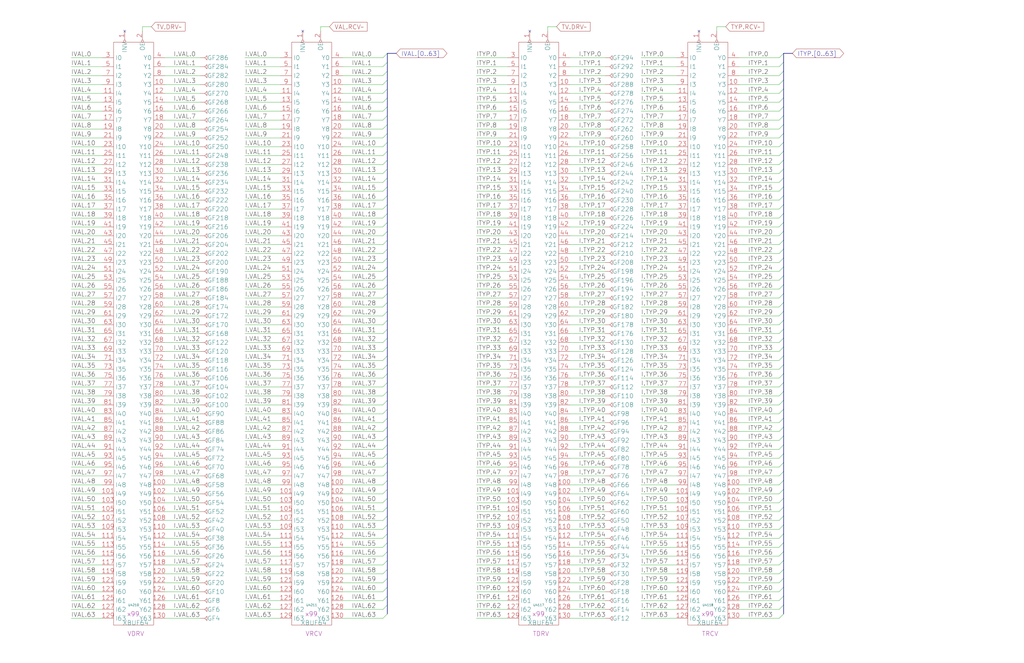
<source format=kicad_sch>
(kicad_sch (version 20230121) (generator eeschema)
  (paper "User" 584.2 378.46)
  (title_block (title "BUS TRANCEIVERS\\nTYPE BUS") (date "22-SEP-90") (rev "2.0") (comment 1 "IOC") (comment 2 "232-003061") (comment 3 "S400") (comment 4 "RELEASED"))
  (no_connect (at 302.26 17.78))
  (no_connect (at 71.12 17.78))
  (no_connect (at 398.78 17.78))
  (no_connect (at 172.72 17.78))
  (bus_entry (at 220.98 177.8) (size -2.54 2.54))
  (bus_entry (at 447.04 96.52) (size -2.54 2.54))
  (bus_entry (at 220.98 274.32) (size -2.54 2.54))
  (bus_entry (at 447.04 55.88) (size -2.54 2.54))
  (bus_entry (at 220.98 127) (size -2.54 2.54))
  (bus_entry (at 220.98 86.36) (size -2.54 2.54))
  (bus_entry (at 447.04 127) (size -2.54 2.54))
  (bus_entry (at 447.04 162.56) (size -2.54 2.54))
  (bus_entry (at 447.04 182.88) (size -2.54 2.54))
  (bus_entry (at 220.98 96.52) (size -2.54 2.54))
  (bus_entry (at 447.04 76.2) (size -2.54 2.54))
  (bus_entry (at 447.04 294.64) (size -2.54 2.54))
  (bus_entry (at 220.98 40.64) (size -2.54 2.54))
  (bus_entry (at 220.98 218.44) (size -2.54 2.54))
  (bus_entry (at 447.04 167.64) (size -2.54 2.54))
  (bus_entry (at 447.04 259.08) (size -2.54 2.54))
  (bus_entry (at 220.98 45.72) (size -2.54 2.54))
  (bus_entry (at 447.04 147.32) (size -2.54 2.54))
  (bus_entry (at 220.98 243.84) (size -2.54 2.54))
  (bus_entry (at 447.04 40.64) (size -2.54 2.54))
  (bus_entry (at 220.98 314.96) (size -2.54 2.54))
  (bus_entry (at 447.04 335.28) (size -2.54 2.54))
  (bus_entry (at 447.04 116.84) (size -2.54 2.54))
  (bus_entry (at 220.98 198.12) (size -2.54 2.54))
  (bus_entry (at 220.98 335.28) (size -2.54 2.54))
  (bus_entry (at 220.98 294.64) (size -2.54 2.54))
  (bus_entry (at 220.98 213.36) (size -2.54 2.54))
  (bus_entry (at 447.04 86.36) (size -2.54 2.54))
  (bus_entry (at 447.04 172.72) (size -2.54 2.54))
  (bus_entry (at 220.98 66.04) (size -2.54 2.54))
  (bus_entry (at 447.04 66.04) (size -2.54 2.54))
  (bus_entry (at 447.04 340.36) (size -2.54 2.54))
  (bus_entry (at 447.04 264.16) (size -2.54 2.54))
  (bus_entry (at 220.98 147.32) (size -2.54 2.54))
  (bus_entry (at 447.04 177.8) (size -2.54 2.54))
  (bus_entry (at 447.04 106.68) (size -2.54 2.54))
  (bus_entry (at 447.04 350.52) (size -2.54 2.54))
  (bus_entry (at 447.04 314.96) (size -2.54 2.54))
  (bus_entry (at 220.98 345.44) (size -2.54 2.54))
  (bus_entry (at 220.98 203.2) (size -2.54 2.54))
  (bus_entry (at 220.98 279.4) (size -2.54 2.54))
  (bus_entry (at 447.04 71.12) (size -2.54 2.54))
  (bus_entry (at 220.98 182.88) (size -2.54 2.54))
  (bus_entry (at 447.04 248.92) (size -2.54 2.54))
  (bus_entry (at 447.04 345.44) (size -2.54 2.54))
  (bus_entry (at 447.04 274.32) (size -2.54 2.54))
  (bus_entry (at 447.04 284.48) (size -2.54 2.54))
  (bus_entry (at 220.98 132.08) (size -2.54 2.54))
  (bus_entry (at 447.04 81.28) (size -2.54 2.54))
  (bus_entry (at 220.98 330.2) (size -2.54 2.54))
  (bus_entry (at 220.98 50.8) (size -2.54 2.54))
  (bus_entry (at 447.04 121.92) (size -2.54 2.54))
  (bus_entry (at 220.98 304.8) (size -2.54 2.54))
  (bus_entry (at 220.98 299.72) (size -2.54 2.54))
  (bus_entry (at 220.98 60.96) (size -2.54 2.54))
  (bus_entry (at 220.98 81.28) (size -2.54 2.54))
  (bus_entry (at 447.04 238.76) (size -2.54 2.54))
  (bus_entry (at 447.04 101.6) (size -2.54 2.54))
  (bus_entry (at 220.98 340.36) (size -2.54 2.54))
  (bus_entry (at 447.04 91.44) (size -2.54 2.54))
  (bus_entry (at 220.98 142.24) (size -2.54 2.54))
  (bus_entry (at 447.04 269.24) (size -2.54 2.54))
  (bus_entry (at 220.98 106.68) (size -2.54 2.54))
  (bus_entry (at 220.98 289.56) (size -2.54 2.54))
  (bus_entry (at 447.04 254) (size -2.54 2.54))
  (bus_entry (at 220.98 264.16) (size -2.54 2.54))
  (bus_entry (at 220.98 71.12) (size -2.54 2.54))
  (bus_entry (at 220.98 116.84) (size -2.54 2.54))
  (bus_entry (at 447.04 187.96) (size -2.54 2.54))
  (bus_entry (at 220.98 55.88) (size -2.54 2.54))
  (bus_entry (at 220.98 101.6) (size -2.54 2.54))
  (bus_entry (at 447.04 223.52) (size -2.54 2.54))
  (bus_entry (at 447.04 330.2) (size -2.54 2.54))
  (bus_entry (at 447.04 279.4) (size -2.54 2.54))
  (bus_entry (at 447.04 325.12) (size -2.54 2.54))
  (bus_entry (at 220.98 248.92) (size -2.54 2.54))
  (bus_entry (at 220.98 91.44) (size -2.54 2.54))
  (bus_entry (at 220.98 269.24) (size -2.54 2.54))
  (bus_entry (at 447.04 111.76) (size -2.54 2.54))
  (bus_entry (at 220.98 157.48) (size -2.54 2.54))
  (bus_entry (at 220.98 35.56) (size -2.54 2.54))
  (bus_entry (at 220.98 121.92) (size -2.54 2.54))
  (bus_entry (at 220.98 223.52) (size -2.54 2.54))
  (bus_entry (at 447.04 243.84) (size -2.54 2.54))
  (bus_entry (at 220.98 325.12) (size -2.54 2.54))
  (bus_entry (at 447.04 208.28) (size -2.54 2.54))
  (bus_entry (at 447.04 152.4) (size -2.54 2.54))
  (bus_entry (at 447.04 320.04) (size -2.54 2.54))
  (bus_entry (at 447.04 50.8) (size -2.54 2.54))
  (bus_entry (at 447.04 60.96) (size -2.54 2.54))
  (bus_entry (at 447.04 228.6) (size -2.54 2.54))
  (bus_entry (at 447.04 35.56) (size -2.54 2.54))
  (bus_entry (at 220.98 172.72) (size -2.54 2.54))
  (bus_entry (at 447.04 203.2) (size -2.54 2.54))
  (bus_entry (at 220.98 254) (size -2.54 2.54))
  (bus_entry (at 220.98 320.04) (size -2.54 2.54))
  (bus_entry (at 447.04 137.16) (size -2.54 2.54))
  (bus_entry (at 220.98 187.96) (size -2.54 2.54))
  (bus_entry (at 220.98 208.28) (size -2.54 2.54))
  (bus_entry (at 220.98 228.6) (size -2.54 2.54))
  (bus_entry (at 447.04 233.68) (size -2.54 2.54))
  (bus_entry (at 447.04 289.56) (size -2.54 2.54))
  (bus_entry (at 447.04 157.48) (size -2.54 2.54))
  (bus_entry (at 447.04 309.88) (size -2.54 2.54))
  (bus_entry (at 220.98 259.08) (size -2.54 2.54))
  (bus_entry (at 220.98 30.48) (size -2.54 2.54))
  (bus_entry (at 220.98 309.88) (size -2.54 2.54))
  (bus_entry (at 220.98 111.76) (size -2.54 2.54))
  (bus_entry (at 220.98 162.56) (size -2.54 2.54))
  (bus_entry (at 447.04 304.8) (size -2.54 2.54))
  (bus_entry (at 220.98 233.68) (size -2.54 2.54))
  (bus_entry (at 220.98 167.64) (size -2.54 2.54))
  (bus_entry (at 447.04 142.24) (size -2.54 2.54))
  (bus_entry (at 447.04 198.12) (size -2.54 2.54))
  (bus_entry (at 447.04 45.72) (size -2.54 2.54))
  (bus_entry (at 447.04 30.48) (size -2.54 2.54))
  (bus_entry (at 447.04 132.08) (size -2.54 2.54))
  (bus_entry (at 447.04 299.72) (size -2.54 2.54))
  (bus_entry (at 220.98 76.2) (size -2.54 2.54))
  (bus_entry (at 447.04 218.44) (size -2.54 2.54))
  (bus_entry (at 220.98 284.48) (size -2.54 2.54))
  (bus_entry (at 447.04 213.36) (size -2.54 2.54))
  (bus_entry (at 220.98 238.76) (size -2.54 2.54))
  (bus_entry (at 220.98 137.16) (size -2.54 2.54))
  (bus_entry (at 447.04 193.04) (size -2.54 2.54))
  (bus_entry (at 220.98 152.4) (size -2.54 2.54))
  (bus_entry (at 220.98 350.52) (size -2.54 2.54))
  (bus_entry (at 220.98 193.04) (size -2.54 2.54))
  (wire (pts (xy 421.64 205.74) (xy 444.5 205.74)))
  (bus (pts (xy 220.98 254) (xy 220.98 259.08)))
  (wire (pts (xy 139.7 307.34) (xy 160.02 307.34)))
  (wire (pts (xy 195.58 68.58) (xy 218.44 68.58)))
  (wire (pts (xy 114.3 307.34) (xy 93.98 307.34)))
  (wire (pts (xy 139.7 241.3) (xy 160.02 241.3)))
  (wire (pts (xy 289.56 129.54) (xy 271.78 129.54)))
  (wire (pts (xy 365.76 327.66) (xy 386.08 327.66)))
  (wire (pts (xy 365.76 134.62) (xy 386.08 134.62)))
  (wire (pts (xy 139.7 68.58) (xy 160.02 68.58)))
  (wire (pts (xy 139.7 327.66) (xy 160.02 327.66)))
  (wire (pts (xy 289.56 332.74) (xy 271.78 332.74)))
  (bus (pts (xy 447.04 320.04) (xy 447.04 325.12)))
  (wire (pts (xy 345.44 170.18) (xy 325.12 170.18)))
  (wire (pts (xy 58.42 281.94) (xy 40.64 281.94)))
  (wire (pts (xy 365.76 236.22) (xy 386.08 236.22)))
  (bus (pts (xy 220.98 96.52) (xy 220.98 101.6)))
  (wire (pts (xy 345.44 215.9) (xy 325.12 215.9)))
  (wire (pts (xy 195.58 139.7) (xy 218.44 139.7)))
  (wire (pts (xy 195.58 297.18) (xy 218.44 297.18)))
  (bus (pts (xy 220.98 330.2) (xy 220.98 335.28)))
  (wire (pts (xy 114.3 38.1) (xy 93.98 38.1)))
  (wire (pts (xy 289.56 99.06) (xy 271.78 99.06)))
  (wire (pts (xy 289.56 256.54) (xy 271.78 256.54)))
  (wire (pts (xy 365.76 281.94) (xy 386.08 281.94)))
  (wire (pts (xy 195.58 180.34) (xy 218.44 180.34)))
  (wire (pts (xy 58.42 58.42) (xy 40.64 58.42)))
  (wire (pts (xy 421.64 160.02) (xy 444.5 160.02)))
  (wire (pts (xy 139.7 215.9) (xy 160.02 215.9)))
  (wire (pts (xy 289.56 114.3) (xy 271.78 114.3)))
  (wire (pts (xy 195.58 246.38) (xy 218.44 246.38)))
  (wire (pts (xy 114.3 154.94) (xy 93.98 154.94)))
  (bus (pts (xy 220.98 325.12) (xy 220.98 330.2)))
  (wire (pts (xy 421.64 220.98) (xy 444.5 220.98)))
  (wire (pts (xy 114.3 297.18) (xy 93.98 297.18)))
  (bus (pts (xy 447.04 162.56) (xy 447.04 167.64)))
  (wire (pts (xy 421.64 149.86) (xy 444.5 149.86)))
  (bus (pts (xy 220.98 294.64) (xy 220.98 299.72)))
  (bus (pts (xy 220.98 299.72) (xy 220.98 304.8)))
  (wire (pts (xy 345.44 93.98) (xy 325.12 93.98)))
  (wire (pts (xy 195.58 134.62) (xy 218.44 134.62)))
  (wire (pts (xy 345.44 271.78) (xy 325.12 271.78)))
  (bus (pts (xy 220.98 304.8) (xy 220.98 309.88)))
  (wire (pts (xy 345.44 33.02) (xy 325.12 33.02)))
  (wire (pts (xy 58.42 271.78) (xy 40.64 271.78)))
  (bus (pts (xy 447.04 330.2) (xy 447.04 335.28)))
  (wire (pts (xy 139.7 119.38) (xy 160.02 119.38)))
  (wire (pts (xy 317.5 15.24) (xy 312.42 15.24)))
  (wire (pts (xy 289.56 271.78) (xy 271.78 271.78)))
  (wire (pts (xy 289.56 297.18) (xy 271.78 297.18)))
  (wire (pts (xy 195.58 170.18) (xy 218.44 170.18)))
  (wire (pts (xy 187.96 15.24) (xy 182.88 15.24)))
  (wire (pts (xy 365.76 88.9) (xy 386.08 88.9)))
  (wire (pts (xy 289.56 337.82) (xy 271.78 337.82)))
  (wire (pts (xy 421.64 48.26) (xy 444.5 48.26)))
  (wire (pts (xy 421.64 144.78) (xy 444.5 144.78)))
  (wire (pts (xy 345.44 134.62) (xy 325.12 134.62)))
  (wire (pts (xy 139.7 109.22) (xy 160.02 109.22)))
  (wire (pts (xy 58.42 33.02) (xy 40.64 33.02)))
  (wire (pts (xy 139.7 200.66) (xy 160.02 200.66)))
  (bus (pts (xy 220.98 269.24) (xy 220.98 274.32)))
  (wire (pts (xy 182.88 15.24) (xy 182.88 17.78)))
  (wire (pts (xy 139.7 180.34) (xy 160.02 180.34)))
  (wire (pts (xy 365.76 175.26) (xy 386.08 175.26)))
  (wire (pts (xy 421.64 322.58) (xy 444.5 322.58)))
  (bus (pts (xy 447.04 132.08) (xy 447.04 137.16)))
  (wire (pts (xy 139.7 43.18) (xy 160.02 43.18)))
  (wire (pts (xy 421.64 190.5) (xy 444.5 190.5)))
  (wire (pts (xy 114.3 48.26) (xy 93.98 48.26)))
  (wire (pts (xy 195.58 185.42) (xy 218.44 185.42)))
  (wire (pts (xy 289.56 210.82) (xy 271.78 210.82)))
  (bus (pts (xy 447.04 213.36) (xy 447.04 218.44)))
  (wire (pts (xy 289.56 88.9) (xy 271.78 88.9)))
  (wire (pts (xy 289.56 236.22) (xy 271.78 236.22)))
  (wire (pts (xy 139.7 287.02) (xy 160.02 287.02)))
  (wire (pts (xy 408.94 15.24) (xy 408.94 17.78)))
  (wire (pts (xy 421.64 353.06) (xy 444.5 353.06)))
  (wire (pts (xy 345.44 73.66) (xy 325.12 73.66)))
  (wire (pts (xy 289.56 292.1) (xy 271.78 292.1)))
  (wire (pts (xy 421.64 347.98) (xy 444.5 347.98)))
  (bus (pts (xy 220.98 243.84) (xy 220.98 248.92)))
  (wire (pts (xy 195.58 53.34) (xy 218.44 53.34)))
  (wire (pts (xy 58.42 312.42) (xy 40.64 312.42)))
  (wire (pts (xy 345.44 109.22) (xy 325.12 109.22)))
  (wire (pts (xy 289.56 281.94) (xy 271.78 281.94)))
  (wire (pts (xy 139.7 266.7) (xy 160.02 266.7)))
  (wire (pts (xy 365.76 266.7) (xy 386.08 266.7)))
  (wire (pts (xy 421.64 266.7) (xy 444.5 266.7)))
  (wire (pts (xy 58.42 287.02) (xy 40.64 287.02)))
  (wire (pts (xy 139.7 160.02) (xy 160.02 160.02)))
  (bus (pts (xy 447.04 223.52) (xy 447.04 228.6)))
  (wire (pts (xy 195.58 210.82) (xy 218.44 210.82)))
  (wire (pts (xy 345.44 83.82) (xy 325.12 83.82)))
  (wire (pts (xy 58.42 241.3) (xy 40.64 241.3)))
  (wire (pts (xy 289.56 261.62) (xy 271.78 261.62)))
  (wire (pts (xy 421.64 292.1) (xy 444.5 292.1)))
  (wire (pts (xy 421.64 170.18) (xy 444.5 170.18)))
  (bus (pts (xy 447.04 91.44) (xy 447.04 96.52)))
  (wire (pts (xy 58.42 200.66) (xy 40.64 200.66)))
  (wire (pts (xy 114.3 256.54) (xy 93.98 256.54)))
  (wire (pts (xy 195.58 119.38) (xy 218.44 119.38)))
  (wire (pts (xy 58.42 215.9) (xy 40.64 215.9)))
  (wire (pts (xy 289.56 83.82) (xy 271.78 83.82)))
  (wire (pts (xy 345.44 195.58) (xy 325.12 195.58)))
  (wire (pts (xy 195.58 88.9) (xy 218.44 88.9)))
  (wire (pts (xy 139.7 205.74) (xy 160.02 205.74)))
  (wire (pts (xy 345.44 210.82) (xy 325.12 210.82)))
  (wire (pts (xy 289.56 68.58) (xy 271.78 68.58)))
  (wire (pts (xy 421.64 271.78) (xy 444.5 271.78)))
  (wire (pts (xy 195.58 165.1) (xy 218.44 165.1)))
  (wire (pts (xy 58.42 165.1) (xy 40.64 165.1)))
  (wire (pts (xy 139.7 261.62) (xy 160.02 261.62)))
  (wire (pts (xy 114.3 292.1) (xy 93.98 292.1)))
  (wire (pts (xy 139.7 226.06) (xy 160.02 226.06)))
  (wire (pts (xy 421.64 246.38) (xy 444.5 246.38)))
  (bus (pts (xy 447.04 264.16) (xy 447.04 269.24)))
  (wire (pts (xy 345.44 144.78) (xy 325.12 144.78)))
  (wire (pts (xy 114.3 281.94) (xy 93.98 281.94)))
  (wire (pts (xy 195.58 231.14) (xy 218.44 231.14)))
  (bus (pts (xy 447.04 81.28) (xy 447.04 86.36)))
  (wire (pts (xy 58.42 210.82) (xy 40.64 210.82)))
  (wire (pts (xy 58.42 83.82) (xy 40.64 83.82)))
  (wire (pts (xy 195.58 256.54) (xy 218.44 256.54)))
  (wire (pts (xy 114.3 68.58) (xy 93.98 68.58)))
  (wire (pts (xy 195.58 347.98) (xy 218.44 347.98)))
  (wire (pts (xy 289.56 317.5) (xy 271.78 317.5)))
  (wire (pts (xy 195.58 241.3) (xy 218.44 241.3)))
  (bus (pts (xy 447.04 182.88) (xy 447.04 187.96)))
  (wire (pts (xy 195.58 271.78) (xy 218.44 271.78)))
  (wire (pts (xy 81.28 15.24) (xy 81.28 17.78)))
  (wire (pts (xy 365.76 109.22) (xy 386.08 109.22)))
  (wire (pts (xy 114.3 99.06) (xy 93.98 99.06)))
  (bus (pts (xy 220.98 60.96) (xy 220.98 66.04)))
  (bus (pts (xy 220.98 259.08) (xy 220.98 264.16)))
  (bus (pts (xy 447.04 193.04) (xy 447.04 198.12)))
  (wire (pts (xy 421.64 154.94) (xy 444.5 154.94)))
  (bus (pts (xy 447.04 203.2) (xy 447.04 208.28)))
  (wire (pts (xy 58.42 322.58) (xy 40.64 322.58)))
  (wire (pts (xy 114.3 246.38) (xy 93.98 246.38)))
  (wire (pts (xy 195.58 33.02) (xy 218.44 33.02)))
  (wire (pts (xy 289.56 307.34) (xy 271.78 307.34)))
  (bus (pts (xy 220.98 248.92) (xy 220.98 254)))
  (bus (pts (xy 447.04 142.24) (xy 447.04 147.32)))
  (wire (pts (xy 58.42 170.18) (xy 40.64 170.18)))
  (wire (pts (xy 58.42 88.9) (xy 40.64 88.9)))
  (wire (pts (xy 365.76 73.66) (xy 386.08 73.66)))
  (wire (pts (xy 345.44 175.26) (xy 325.12 175.26)))
  (bus (pts (xy 447.04 279.4) (xy 447.04 284.48)))
  (wire (pts (xy 139.7 124.46) (xy 160.02 124.46)))
  (wire (pts (xy 58.42 327.66) (xy 40.64 327.66)))
  (wire (pts (xy 289.56 322.58) (xy 271.78 322.58)))
  (wire (pts (xy 421.64 68.58) (xy 444.5 68.58)))
  (wire (pts (xy 365.76 210.82) (xy 386.08 210.82)))
  (bus (pts (xy 220.98 345.44) (xy 220.98 350.52)))
  (wire (pts (xy 114.3 190.5) (xy 93.98 190.5)))
  (bus (pts (xy 220.98 187.96) (xy 220.98 193.04)))
  (bus (pts (xy 447.04 254) (xy 447.04 259.08)))
  (wire (pts (xy 421.64 317.5) (xy 444.5 317.5)))
  (wire (pts (xy 195.58 48.26) (xy 218.44 48.26)))
  (bus (pts (xy 447.04 233.68) (xy 447.04 238.76)))
  (bus (pts (xy 220.98 106.68) (xy 220.98 111.76)))
  (wire (pts (xy 289.56 134.62) (xy 271.78 134.62)))
  (wire (pts (xy 58.42 114.3) (xy 40.64 114.3)))
  (bus (pts (xy 220.98 233.68) (xy 220.98 238.76)))
  (wire (pts (xy 421.64 134.62) (xy 444.5 134.62)))
  (wire (pts (xy 345.44 292.1) (xy 325.12 292.1)))
  (wire (pts (xy 139.7 297.18) (xy 160.02 297.18)))
  (bus (pts (xy 447.04 137.16) (xy 447.04 142.24)))
  (wire (pts (xy 289.56 119.38) (xy 271.78 119.38)))
  (wire (pts (xy 139.7 149.86) (xy 160.02 149.86)))
  (wire (pts (xy 114.3 73.66) (xy 93.98 73.66)))
  (wire (pts (xy 58.42 251.46) (xy 40.64 251.46)))
  (bus (pts (xy 220.98 137.16) (xy 220.98 142.24)))
  (bus (pts (xy 447.04 325.12) (xy 447.04 330.2)))
  (bus (pts (xy 447.04 248.92) (xy 447.04 254)))
  (wire (pts (xy 139.7 347.98) (xy 160.02 347.98)))
  (wire (pts (xy 195.58 327.66) (xy 218.44 327.66)))
  (bus (pts (xy 447.04 45.72) (xy 447.04 50.8)))
  (bus (pts (xy 220.98 264.16) (xy 220.98 269.24)))
  (bus (pts (xy 220.98 177.8) (xy 220.98 182.88)))
  (bus (pts (xy 220.98 71.12) (xy 220.98 76.2)))
  (wire (pts (xy 345.44 88.9) (xy 325.12 88.9)))
  (wire (pts (xy 345.44 241.3) (xy 325.12 241.3)))
  (wire (pts (xy 139.7 332.74) (xy 160.02 332.74)))
  (wire (pts (xy 345.44 287.02) (xy 325.12 287.02)))
  (wire (pts (xy 421.64 307.34) (xy 444.5 307.34)))
  (wire (pts (xy 195.58 109.22) (xy 218.44 109.22)))
  (wire (pts (xy 421.64 180.34) (xy 444.5 180.34)))
  (wire (pts (xy 289.56 149.86) (xy 271.78 149.86)))
  (wire (pts (xy 365.76 287.02) (xy 386.08 287.02)))
  (wire (pts (xy 289.56 170.18) (xy 271.78 170.18)))
  (bus (pts (xy 447.04 152.4) (xy 447.04 157.48)))
  (wire (pts (xy 289.56 205.74) (xy 271.78 205.74)))
  (bus (pts (xy 447.04 116.84) (xy 447.04 121.92)))
  (bus (pts (xy 220.98 81.28) (xy 220.98 86.36)))
  (wire (pts (xy 195.58 160.02) (xy 218.44 160.02)))
  (wire (pts (xy 139.7 58.42) (xy 160.02 58.42)))
  (wire (pts (xy 114.3 347.98) (xy 93.98 347.98)))
  (wire (pts (xy 289.56 347.98) (xy 271.78 347.98)))
  (wire (pts (xy 114.3 353.06) (xy 93.98 353.06)))
  (wire (pts (xy 414.02 15.24) (xy 408.94 15.24)))
  (wire (pts (xy 195.58 175.26) (xy 218.44 175.26)))
  (wire (pts (xy 345.44 347.98) (xy 325.12 347.98)))
  (wire (pts (xy 365.76 170.18) (xy 386.08 170.18)))
  (bus (pts (xy 447.04 30.48) (xy 447.04 35.56)))
  (wire (pts (xy 421.64 109.22) (xy 444.5 109.22)))
  (wire (pts (xy 114.3 322.58) (xy 93.98 322.58)))
  (wire (pts (xy 58.42 205.74) (xy 40.64 205.74)))
  (wire (pts (xy 345.44 180.34) (xy 325.12 180.34)))
  (wire (pts (xy 58.42 256.54) (xy 40.64 256.54)))
  (wire (pts (xy 365.76 292.1) (xy 386.08 292.1)))
  (wire (pts (xy 86.36 15.24) (xy 81.28 15.24)))
  (wire (pts (xy 58.42 104.14) (xy 40.64 104.14)))
  (wire (pts (xy 365.76 124.46) (xy 386.08 124.46)))
  (wire (pts (xy 289.56 215.9) (xy 271.78 215.9)))
  (wire (pts (xy 421.64 256.54) (xy 444.5 256.54)))
  (wire (pts (xy 139.7 281.94) (xy 160.02 281.94)))
  (wire (pts (xy 421.64 58.42) (xy 444.5 58.42)))
  (wire (pts (xy 365.76 246.38) (xy 386.08 246.38)))
  (wire (pts (xy 421.64 337.82) (xy 444.5 337.82)))
  (bus (pts (xy 220.98 172.72) (xy 220.98 177.8)))
  (wire (pts (xy 421.64 129.54) (xy 444.5 129.54)))
  (wire (pts (xy 421.64 236.22) (xy 444.5 236.22)))
  (bus (pts (xy 226.06 30.48) (xy 220.98 30.48)))
  (wire (pts (xy 195.58 287.02) (xy 218.44 287.02)))
  (wire (pts (xy 365.76 114.3) (xy 386.08 114.3)))
  (wire (pts (xy 114.3 205.74) (xy 93.98 205.74)))
  (wire (pts (xy 421.64 119.38) (xy 444.5 119.38)))
  (wire (pts (xy 365.76 58.42) (xy 386.08 58.42)))
  (bus (pts (xy 220.98 111.76) (xy 220.98 116.84)))
  (wire (pts (xy 139.7 175.26) (xy 160.02 175.26)))
  (wire (pts (xy 345.44 297.18) (xy 325.12 297.18)))
  (wire (pts (xy 58.42 38.1) (xy 40.64 38.1)))
  (wire (pts (xy 114.3 104.14) (xy 93.98 104.14)))
  (bus (pts (xy 220.98 121.92) (xy 220.98 127)))
  (wire (pts (xy 195.58 99.06) (xy 218.44 99.06)))
  (wire (pts (xy 195.58 190.5) (xy 218.44 190.5)))
  (bus (pts (xy 447.04 60.96) (xy 447.04 66.04)))
  (wire (pts (xy 289.56 48.26) (xy 271.78 48.26)))
  (wire (pts (xy 421.64 327.66) (xy 444.5 327.66)))
  (wire (pts (xy 421.64 33.02) (xy 444.5 33.02)))
  (bus (pts (xy 220.98 309.88) (xy 220.98 314.96)))
  (wire (pts (xy 114.3 195.58) (xy 93.98 195.58)))
  (bus (pts (xy 447.04 111.76) (xy 447.04 116.84)))
  (wire (pts (xy 139.7 256.54) (xy 160.02 256.54)))
  (wire (pts (xy 58.42 134.62) (xy 40.64 134.62)))
  (wire (pts (xy 345.44 312.42) (xy 325.12 312.42)))
  (wire (pts (xy 114.3 185.42) (xy 93.98 185.42)))
  (wire (pts (xy 345.44 149.86) (xy 325.12 149.86)))
  (wire (pts (xy 58.42 276.86) (xy 40.64 276.86)))
  (wire (pts (xy 421.64 332.74) (xy 444.5 332.74)))
  (bus (pts (xy 220.98 193.04) (xy 220.98 198.12)))
  (bus (pts (xy 447.04 55.88) (xy 447.04 60.96)))
  (bus (pts (xy 220.98 55.88) (xy 220.98 60.96)))
  (wire (pts (xy 289.56 58.42) (xy 271.78 58.42)))
  (wire (pts (xy 345.44 332.74) (xy 325.12 332.74)))
  (bus (pts (xy 220.98 116.84) (xy 220.98 121.92)))
  (wire (pts (xy 195.58 220.98) (xy 218.44 220.98)))
  (wire (pts (xy 195.58 353.06) (xy 218.44 353.06)))
  (wire (pts (xy 139.7 88.9) (xy 160.02 88.9)))
  (wire (pts (xy 345.44 124.46) (xy 325.12 124.46)))
  (wire (pts (xy 365.76 297.18) (xy 386.08 297.18)))
  (wire (pts (xy 114.3 226.06) (xy 93.98 226.06)))
  (wire (pts (xy 139.7 139.7) (xy 160.02 139.7)))
  (wire (pts (xy 58.42 302.26) (xy 40.64 302.26)))
  (wire (pts (xy 195.58 205.74) (xy 218.44 205.74)))
  (wire (pts (xy 139.7 144.78) (xy 160.02 144.78)))
  (wire (pts (xy 345.44 190.5) (xy 325.12 190.5)))
  (bus (pts (xy 447.04 121.92) (xy 447.04 127)))
  (wire (pts (xy 421.64 195.58) (xy 444.5 195.58)))
  (wire (pts (xy 195.58 73.66) (xy 218.44 73.66)))
  (wire (pts (xy 421.64 297.18) (xy 444.5 297.18)))
  (wire (pts (xy 195.58 93.98) (xy 218.44 93.98)))
  (wire (pts (xy 139.7 134.62) (xy 160.02 134.62)))
  (bus (pts (xy 220.98 101.6) (xy 220.98 106.68)))
  (wire (pts (xy 345.44 185.42) (xy 325.12 185.42)))
  (bus (pts (xy 220.98 30.48) (xy 220.98 35.56)))
  (wire (pts (xy 365.76 342.9) (xy 386.08 342.9)))
  (bus (pts (xy 220.98 203.2) (xy 220.98 208.28)))
  (wire (pts (xy 114.3 236.22) (xy 93.98 236.22)))
  (wire (pts (xy 365.76 231.14) (xy 386.08 231.14)))
  (bus (pts (xy 447.04 50.8) (xy 447.04 55.88)))
  (wire (pts (xy 289.56 73.66) (xy 271.78 73.66)))
  (bus (pts (xy 447.04 167.64) (xy 447.04 172.72)))
  (wire (pts (xy 195.58 200.66) (xy 218.44 200.66)))
  (wire (pts (xy 139.7 104.14) (xy 160.02 104.14)))
  (wire (pts (xy 365.76 160.02) (xy 386.08 160.02)))
  (wire (pts (xy 58.42 246.38) (xy 40.64 246.38)))
  (wire (pts (xy 114.3 43.18) (xy 93.98 43.18)))
  (wire (pts (xy 195.58 332.74) (xy 218.44 332.74)))
  (wire (pts (xy 421.64 83.82) (xy 444.5 83.82)))
  (wire (pts (xy 345.44 266.7) (xy 325.12 266.7)))
  (wire (pts (xy 365.76 322.58) (xy 386.08 322.58)))
  (wire (pts (xy 365.76 129.54) (xy 386.08 129.54)))
  (wire (pts (xy 421.64 38.1) (xy 444.5 38.1)))
  (bus (pts (xy 220.98 198.12) (xy 220.98 203.2)))
  (wire (pts (xy 58.42 93.98) (xy 40.64 93.98)))
  (wire (pts (xy 421.64 276.86) (xy 444.5 276.86)))
  (bus (pts (xy 447.04 101.6) (xy 447.04 106.68)))
  (wire (pts (xy 365.76 205.74) (xy 386.08 205.74)))
  (wire (pts (xy 195.58 114.3) (xy 218.44 114.3)))
  (wire (pts (xy 421.64 78.74) (xy 444.5 78.74)))
  (wire (pts (xy 345.44 160.02) (xy 325.12 160.02)))
  (wire (pts (xy 114.3 139.7) (xy 93.98 139.7)))
  (bus (pts (xy 447.04 86.36) (xy 447.04 91.44)))
  (wire (pts (xy 289.56 353.06) (xy 271.78 353.06)))
  (bus (pts (xy 447.04 198.12) (xy 447.04 203.2)))
  (bus (pts (xy 447.04 71.12) (xy 447.04 76.2)))
  (wire (pts (xy 289.56 220.98) (xy 271.78 220.98)))
  (wire (pts (xy 58.42 73.66) (xy 40.64 73.66)))
  (wire (pts (xy 421.64 251.46) (xy 444.5 251.46)))
  (wire (pts (xy 58.42 317.5) (xy 40.64 317.5)))
  (bus (pts (xy 447.04 35.56) (xy 447.04 40.64)))
  (wire (pts (xy 289.56 109.22) (xy 271.78 109.22)))
  (bus (pts (xy 447.04 96.52) (xy 447.04 101.6)))
  (wire (pts (xy 365.76 317.5) (xy 386.08 317.5)))
  (wire (pts (xy 289.56 154.94) (xy 271.78 154.94)))
  (wire (pts (xy 289.56 144.78) (xy 271.78 144.78)))
  (wire (pts (xy 345.44 236.22) (xy 325.12 236.22)))
  (bus (pts (xy 447.04 218.44) (xy 447.04 223.52)))
  (wire (pts (xy 195.58 215.9) (xy 218.44 215.9)))
  (wire (pts (xy 58.42 180.34) (xy 40.64 180.34)))
  (wire (pts (xy 421.64 302.26) (xy 444.5 302.26)))
  (bus (pts (xy 447.04 238.76) (xy 447.04 243.84)))
  (wire (pts (xy 139.7 342.9) (xy 160.02 342.9)))
  (wire (pts (xy 139.7 246.38) (xy 160.02 246.38)))
  (wire (pts (xy 195.58 195.58) (xy 218.44 195.58)))
  (wire (pts (xy 365.76 271.78) (xy 386.08 271.78)))
  (wire (pts (xy 195.58 154.94) (xy 218.44 154.94)))
  (bus (pts (xy 447.04 259.08) (xy 447.04 264.16)))
  (wire (pts (xy 58.42 261.62) (xy 40.64 261.62)))
  (wire (pts (xy 58.42 109.22) (xy 40.64 109.22)))
  (bus (pts (xy 220.98 142.24) (xy 220.98 147.32)))
  (wire (pts (xy 345.44 129.54) (xy 325.12 129.54)))
  (bus (pts (xy 447.04 172.72) (xy 447.04 177.8)))
  (wire (pts (xy 289.56 231.14) (xy 271.78 231.14)))
  (wire (pts (xy 289.56 266.7) (xy 271.78 266.7)))
  (wire (pts (xy 195.58 322.58) (xy 218.44 322.58)))
  (wire (pts (xy 195.58 43.18) (xy 218.44 43.18)))
  (wire (pts (xy 421.64 99.06) (xy 444.5 99.06)))
  (wire (pts (xy 114.3 180.34) (xy 93.98 180.34)))
  (bus (pts (xy 447.04 147.32) (xy 447.04 152.4)))
  (wire (pts (xy 58.42 353.06) (xy 40.64 353.06)))
  (wire (pts (xy 345.44 231.14) (xy 325.12 231.14)))
  (wire (pts (xy 289.56 246.38) (xy 271.78 246.38)))
  (wire (pts (xy 114.3 342.9) (xy 93.98 342.9)))
  (wire (pts (xy 114.3 119.38) (xy 93.98 119.38)))
  (wire (pts (xy 289.56 180.34) (xy 271.78 180.34)))
  (wire (pts (xy 195.58 266.7) (xy 218.44 266.7)))
  (wire (pts (xy 195.58 144.78) (xy 218.44 144.78)))
  (bus (pts (xy 447.04 335.28) (xy 447.04 340.36)))
  (wire (pts (xy 345.44 327.66) (xy 325.12 327.66)))
  (wire (pts (xy 58.42 226.06) (xy 40.64 226.06)))
  (bus (pts (xy 220.98 162.56) (xy 220.98 167.64)))
  (wire (pts (xy 58.42 53.34) (xy 40.64 53.34)))
  (wire (pts (xy 345.44 205.74) (xy 325.12 205.74)))
  (wire (pts (xy 139.7 48.26) (xy 160.02 48.26)))
  (wire (pts (xy 195.58 226.06) (xy 218.44 226.06)))
  (wire (pts (xy 421.64 312.42) (xy 444.5 312.42)))
  (wire (pts (xy 114.3 337.82) (xy 93.98 337.82)))
  (wire (pts (xy 58.42 236.22) (xy 40.64 236.22)))
  (wire (pts (xy 58.42 220.98) (xy 40.64 220.98)))
  (wire (pts (xy 139.7 353.06) (xy 160.02 353.06)))
  (bus (pts (xy 220.98 157.48) (xy 220.98 162.56)))
  (wire (pts (xy 139.7 33.02) (xy 160.02 33.02)))
  (bus (pts (xy 447.04 228.6) (xy 447.04 233.68)))
  (wire (pts (xy 195.58 261.62) (xy 218.44 261.62)))
  (bus (pts (xy 447.04 177.8) (xy 447.04 182.88)))
  (wire (pts (xy 58.42 119.38) (xy 40.64 119.38)))
  (wire (pts (xy 114.3 287.02) (xy 93.98 287.02)))
  (wire (pts (xy 345.44 276.86) (xy 325.12 276.86)))
  (wire (pts (xy 114.3 215.9) (xy 93.98 215.9)))
  (bus (pts (xy 220.98 147.32) (xy 220.98 152.4)))
  (wire (pts (xy 365.76 43.18) (xy 386.08 43.18)))
  (wire (pts (xy 365.76 139.7) (xy 386.08 139.7)))
  (wire (pts (xy 58.42 124.46) (xy 40.64 124.46)))
  (wire (pts (xy 139.7 251.46) (xy 160.02 251.46)))
  (wire (pts (xy 289.56 251.46) (xy 271.78 251.46)))
  (wire (pts (xy 114.3 261.62) (xy 93.98 261.62)))
  (bus (pts (xy 447.04 127) (xy 447.04 132.08)))
  (wire (pts (xy 58.42 332.74) (xy 40.64 332.74)))
  (wire (pts (xy 139.7 78.74) (xy 160.02 78.74)))
  (wire (pts (xy 289.56 226.06) (xy 271.78 226.06)))
  (wire (pts (xy 345.44 226.06) (xy 325.12 226.06)))
  (bus (pts (xy 447.04 187.96) (xy 447.04 193.04)))
  (wire (pts (xy 114.3 78.74) (xy 93.98 78.74)))
  (bus (pts (xy 447.04 299.72) (xy 447.04 304.8)))
  (wire (pts (xy 289.56 200.66) (xy 271.78 200.66)))
  (wire (pts (xy 345.44 337.82) (xy 325.12 337.82)))
  (wire (pts (xy 289.56 124.46) (xy 271.78 124.46)))
  (wire (pts (xy 365.76 220.98) (xy 386.08 220.98)))
  (wire (pts (xy 365.76 68.58) (xy 386.08 68.58)))
  (wire (pts (xy 365.76 149.86) (xy 386.08 149.86)))
  (wire (pts (xy 289.56 43.18) (xy 271.78 43.18)))
  (wire (pts (xy 114.3 251.46) (xy 93.98 251.46)))
  (wire (pts (xy 139.7 231.14) (xy 160.02 231.14)))
  (wire (pts (xy 289.56 63.5) (xy 271.78 63.5)))
  (wire (pts (xy 114.3 88.9) (xy 93.98 88.9)))
  (wire (pts (xy 365.76 332.74) (xy 386.08 332.74)))
  (wire (pts (xy 345.44 261.62) (xy 325.12 261.62)))
  (wire (pts (xy 421.64 210.82) (xy 444.5 210.82)))
  (wire (pts (xy 114.3 231.14) (xy 93.98 231.14)))
  (wire (pts (xy 139.7 38.1) (xy 160.02 38.1)))
  (wire (pts (xy 139.7 220.98) (xy 160.02 220.98)))
  (wire (pts (xy 58.42 195.58) (xy 40.64 195.58)))
  (wire (pts (xy 195.58 83.82) (xy 218.44 83.82)))
  (wire (pts (xy 345.44 114.3) (xy 325.12 114.3)))
  (bus (pts (xy 220.98 66.04) (xy 220.98 71.12)))
  (bus (pts (xy 220.98 40.64) (xy 220.98 45.72)))
  (wire (pts (xy 195.58 124.46) (xy 218.44 124.46)))
  (wire (pts (xy 289.56 33.02) (xy 271.78 33.02)))
  (wire (pts (xy 421.64 93.98) (xy 444.5 93.98)))
  (wire (pts (xy 365.76 165.1) (xy 386.08 165.1)))
  (wire (pts (xy 289.56 287.02) (xy 271.78 287.02)))
  (wire (pts (xy 289.56 160.02) (xy 271.78 160.02)))
  (wire (pts (xy 345.44 68.58) (xy 325.12 68.58)))
  (bus (pts (xy 220.98 218.44) (xy 220.98 223.52)))
  (wire (pts (xy 345.44 63.5) (xy 325.12 63.5)))
  (bus (pts (xy 220.98 320.04) (xy 220.98 325.12)))
  (wire (pts (xy 365.76 144.78) (xy 386.08 144.78)))
  (bus (pts (xy 220.98 279.4) (xy 220.98 284.48)))
  (wire (pts (xy 289.56 78.74) (xy 271.78 78.74)))
  (bus (pts (xy 220.98 238.76) (xy 220.98 243.84)))
  (bus (pts (xy 447.04 76.2) (xy 447.04 81.28)))
  (wire (pts (xy 289.56 342.9) (xy 271.78 342.9)))
  (wire (pts (xy 345.44 251.46) (xy 325.12 251.46)))
  (wire (pts (xy 365.76 241.3) (xy 386.08 241.3)))
  (bus (pts (xy 447.04 289.56) (xy 447.04 294.64)))
  (wire (pts (xy 139.7 210.82) (xy 160.02 210.82)))
  (wire (pts (xy 58.42 149.86) (xy 40.64 149.86)))
  (bus (pts (xy 220.98 50.8) (xy 220.98 55.88)))
  (wire (pts (xy 139.7 99.06) (xy 160.02 99.06)))
  (wire (pts (xy 421.64 43.18) (xy 444.5 43.18)))
  (wire (pts (xy 195.58 78.74) (xy 218.44 78.74)))
  (wire (pts (xy 58.42 154.94) (xy 40.64 154.94)))
  (wire (pts (xy 58.42 266.7) (xy 40.64 266.7)))
  (wire (pts (xy 58.42 347.98) (xy 40.64 347.98)))
  (wire (pts (xy 345.44 165.1) (xy 325.12 165.1)))
  (wire (pts (xy 365.76 261.62) (xy 386.08 261.62)))
  (wire (pts (xy 139.7 312.42) (xy 160.02 312.42)))
  (bus (pts (xy 447.04 243.84) (xy 447.04 248.92)))
  (wire (pts (xy 289.56 175.26) (xy 271.78 175.26)))
  (wire (pts (xy 345.44 38.1) (xy 325.12 38.1)))
  (wire (pts (xy 365.76 38.1) (xy 386.08 38.1)))
  (wire (pts (xy 421.64 124.46) (xy 444.5 124.46)))
  (bus (pts (xy 220.98 340.36) (xy 220.98 345.44)))
  (wire (pts (xy 58.42 190.5) (xy 40.64 190.5)))
  (bus (pts (xy 220.98 86.36) (xy 220.98 91.44)))
  (wire (pts (xy 114.3 241.3) (xy 93.98 241.3)))
  (wire (pts (xy 421.64 175.26) (xy 444.5 175.26)))
  (wire (pts (xy 139.7 195.58) (xy 160.02 195.58)))
  (wire (pts (xy 345.44 58.42) (xy 325.12 58.42)))
  (wire (pts (xy 289.56 139.7) (xy 271.78 139.7)))
  (wire (pts (xy 289.56 93.98) (xy 271.78 93.98)))
  (wire (pts (xy 365.76 154.94) (xy 386.08 154.94)))
  (bus (pts (xy 447.04 66.04) (xy 447.04 71.12)))
  (wire (pts (xy 58.42 337.82) (xy 40.64 337.82)))
  (wire (pts (xy 195.58 276.86) (xy 218.44 276.86)))
  (wire (pts (xy 114.3 160.02) (xy 93.98 160.02)))
  (wire (pts (xy 345.44 302.26) (xy 325.12 302.26)))
  (wire (pts (xy 195.58 251.46) (xy 218.44 251.46)))
  (wire (pts (xy 365.76 48.26) (xy 386.08 48.26)))
  (wire (pts (xy 114.3 170.18) (xy 93.98 170.18)))
  (wire (pts (xy 345.44 43.18) (xy 325.12 43.18)))
  (bus (pts (xy 447.04 106.68) (xy 447.04 111.76)))
  (wire (pts (xy 289.56 38.1) (xy 271.78 38.1)))
  (wire (pts (xy 421.64 226.06) (xy 444.5 226.06)))
  (wire (pts (xy 345.44 353.06) (xy 325.12 353.06)))
  (wire (pts (xy 114.3 271.78) (xy 93.98 271.78)))
  (wire (pts (xy 195.58 281.94) (xy 218.44 281.94)))
  (bus (pts (xy 220.98 152.4) (xy 220.98 157.48)))
  (wire (pts (xy 114.3 58.42) (xy 93.98 58.42)))
  (wire (pts (xy 195.58 104.14) (xy 218.44 104.14)))
  (wire (pts (xy 421.64 63.5) (xy 444.5 63.5)))
  (bus (pts (xy 447.04 269.24) (xy 447.04 274.32)))
  (wire (pts (xy 114.3 33.02) (xy 93.98 33.02)))
  (bus (pts (xy 447.04 40.64) (xy 447.04 45.72)))
  (wire (pts (xy 421.64 231.14) (xy 444.5 231.14)))
  (wire (pts (xy 365.76 180.34) (xy 386.08 180.34)))
  (wire (pts (xy 114.3 312.42) (xy 93.98 312.42)))
  (wire (pts (xy 421.64 241.3) (xy 444.5 241.3)))
  (wire (pts (xy 114.3 210.82) (xy 93.98 210.82)))
  (wire (pts (xy 114.3 317.5) (xy 93.98 317.5)))
  (wire (pts (xy 114.3 266.7) (xy 93.98 266.7)))
  (wire (pts (xy 58.42 292.1) (xy 40.64 292.1)))
  (bus (pts (xy 220.98 35.56) (xy 220.98 40.64)))
  (bus (pts (xy 447.04 294.64) (xy 447.04 299.72)))
  (wire (pts (xy 114.3 327.66) (xy 93.98 327.66)))
  (wire (pts (xy 58.42 139.7) (xy 40.64 139.7)))
  (bus (pts (xy 447.04 208.28) (xy 447.04 213.36)))
  (wire (pts (xy 289.56 185.42) (xy 271.78 185.42)))
  (wire (pts (xy 421.64 281.94) (xy 444.5 281.94)))
  (wire (pts (xy 139.7 63.5) (xy 160.02 63.5)))
  (bus (pts (xy 220.98 213.36) (xy 220.98 218.44)))
  (wire (pts (xy 139.7 292.1) (xy 160.02 292.1)))
  (wire (pts (xy 139.7 129.54) (xy 160.02 129.54)))
  (wire (pts (xy 365.76 312.42) (xy 386.08 312.42)))
  (bus (pts (xy 220.98 132.08) (xy 220.98 137.16)))
  (wire (pts (xy 58.42 129.54) (xy 40.64 129.54)))
  (bus (pts (xy 447.04 284.48) (xy 447.04 289.56)))
  (wire (pts (xy 114.3 149.86) (xy 93.98 149.86)))
  (wire (pts (xy 114.3 114.3) (xy 93.98 114.3)))
  (wire (pts (xy 139.7 302.26) (xy 160.02 302.26)))
  (wire (pts (xy 421.64 342.9) (xy 444.5 342.9)))
  (wire (pts (xy 58.42 144.78) (xy 40.64 144.78)))
  (wire (pts (xy 58.42 297.18) (xy 40.64 297.18)))
  (wire (pts (xy 195.58 342.9) (xy 218.44 342.9)))
  (bus (pts (xy 220.98 182.88) (xy 220.98 187.96)))
  (wire (pts (xy 139.7 170.18) (xy 160.02 170.18)))
  (wire (pts (xy 58.42 48.26) (xy 40.64 48.26)))
  (wire (pts (xy 345.44 99.06) (xy 325.12 99.06)))
  (wire (pts (xy 114.3 109.22) (xy 93.98 109.22)))
  (wire (pts (xy 195.58 38.1) (xy 218.44 38.1)))
  (wire (pts (xy 365.76 353.06) (xy 386.08 353.06)))
  (wire (pts (xy 365.76 195.58) (xy 386.08 195.58)))
  (wire (pts (xy 114.3 129.54) (xy 93.98 129.54)))
  (wire (pts (xy 365.76 337.82) (xy 386.08 337.82)))
  (wire (pts (xy 139.7 185.42) (xy 160.02 185.42)))
  (wire (pts (xy 139.7 317.5) (xy 160.02 317.5)))
  (wire (pts (xy 289.56 312.42) (xy 271.78 312.42)))
  (wire (pts (xy 58.42 185.42) (xy 40.64 185.42)))
  (wire (pts (xy 421.64 215.9) (xy 444.5 215.9)))
  (wire (pts (xy 365.76 93.98) (xy 386.08 93.98)))
  (wire (pts (xy 58.42 175.26) (xy 40.64 175.26)))
  (bus (pts (xy 220.98 314.96) (xy 220.98 320.04)))
  (wire (pts (xy 345.44 256.54) (xy 325.12 256.54)))
  (wire (pts (xy 289.56 276.86) (xy 271.78 276.86)))
  (wire (pts (xy 114.3 134.62) (xy 93.98 134.62)))
  (wire (pts (xy 114.3 175.26) (xy 93.98 175.26)))
  (wire (pts (xy 139.7 93.98) (xy 160.02 93.98)))
  (wire (pts (xy 345.44 246.38) (xy 325.12 246.38)))
  (wire (pts (xy 365.76 78.74) (xy 386.08 78.74)))
  (wire (pts (xy 195.58 317.5) (xy 218.44 317.5)))
  (bus (pts (xy 220.98 45.72) (xy 220.98 50.8)))
  (bus (pts (xy 220.98 223.52) (xy 220.98 228.6)))
  (bus (pts (xy 447.04 345.44) (xy 447.04 350.52)))
  (wire (pts (xy 365.76 256.54) (xy 386.08 256.54)))
  (wire (pts (xy 345.44 48.26) (xy 325.12 48.26)))
  (wire (pts (xy 114.3 144.78) (xy 93.98 144.78)))
  (wire (pts (xy 139.7 165.1) (xy 160.02 165.1)))
  (wire (pts (xy 289.56 302.26) (xy 271.78 302.26)))
  (bus (pts (xy 220.98 284.48) (xy 220.98 289.56)))
  (wire (pts (xy 114.3 165.1) (xy 93.98 165.1)))
  (wire (pts (xy 289.56 241.3) (xy 271.78 241.3)))
  (wire (pts (xy 58.42 68.58) (xy 40.64 68.58)))
  (wire (pts (xy 139.7 322.58) (xy 160.02 322.58)))
  (wire (pts (xy 114.3 93.98) (xy 93.98 93.98)))
  (wire (pts (xy 58.42 43.18) (xy 40.64 43.18)))
  (wire (pts (xy 139.7 190.5) (xy 160.02 190.5)))
  (wire (pts (xy 421.64 114.3) (xy 444.5 114.3)))
  (wire (pts (xy 195.58 292.1) (xy 218.44 292.1)))
  (wire (pts (xy 195.58 236.22) (xy 218.44 236.22)))
  (bus (pts (xy 447.04 274.32) (xy 447.04 279.4)))
  (bus (pts (xy 220.98 274.32) (xy 220.98 279.4)))
  (wire (pts (xy 195.58 302.26) (xy 218.44 302.26)))
  (wire (pts (xy 365.76 302.26) (xy 386.08 302.26)))
  (wire (pts (xy 345.44 281.94) (xy 325.12 281.94)))
  (wire (pts (xy 421.64 200.66) (xy 444.5 200.66)))
  (wire (pts (xy 289.56 165.1) (xy 271.78 165.1)))
  (bus (pts (xy 220.98 91.44) (xy 220.98 96.52)))
  (wire (pts (xy 345.44 307.34) (xy 325.12 307.34)))
  (wire (pts (xy 114.3 200.66) (xy 93.98 200.66)))
  (wire (pts (xy 365.76 33.02) (xy 386.08 33.02)))
  (wire (pts (xy 421.64 88.9) (xy 444.5 88.9)))
  (wire (pts (xy 421.64 185.42) (xy 444.5 185.42)))
  (wire (pts (xy 139.7 83.82) (xy 160.02 83.82)))
  (bus (pts (xy 447.04 304.8) (xy 447.04 309.88)))
  (wire (pts (xy 365.76 276.86) (xy 386.08 276.86)))
  (wire (pts (xy 421.64 139.7) (xy 444.5 139.7)))
  (wire (pts (xy 365.76 190.5) (xy 386.08 190.5)))
  (wire (pts (xy 289.56 327.66) (xy 271.78 327.66)))
  (wire (pts (xy 365.76 99.06) (xy 386.08 99.06)))
  (wire (pts (xy 345.44 53.34) (xy 325.12 53.34)))
  (wire (pts (xy 345.44 200.66) (xy 325.12 200.66)))
  (bus (pts (xy 220.98 208.28) (xy 220.98 213.36)))
  (wire (pts (xy 58.42 63.5) (xy 40.64 63.5)))
  (wire (pts (xy 195.58 129.54) (xy 218.44 129.54)))
  (wire (pts (xy 345.44 342.9) (xy 325.12 342.9)))
  (wire (pts (xy 114.3 53.34) (xy 93.98 53.34)))
  (wire (pts (xy 421.64 73.66) (xy 444.5 73.66)))
  (bus (pts (xy 447.04 309.88) (xy 447.04 314.96)))
  (wire (pts (xy 289.56 190.5) (xy 271.78 190.5)))
  (wire (pts (xy 421.64 287.02) (xy 444.5 287.02)))
  (wire (pts (xy 365.76 215.9) (xy 386.08 215.9)))
  (wire (pts (xy 114.3 276.86) (xy 93.98 276.86)))
  (wire (pts (xy 139.7 114.3) (xy 160.02 114.3)))
  (wire (pts (xy 289.56 104.14) (xy 271.78 104.14)))
  (wire (pts (xy 365.76 226.06) (xy 386.08 226.06)))
  (wire (pts (xy 139.7 73.66) (xy 160.02 73.66)))
  (wire (pts (xy 345.44 220.98) (xy 325.12 220.98)))
  (wire (pts (xy 114.3 302.26) (xy 93.98 302.26)))
  (wire (pts (xy 365.76 200.66) (xy 386.08 200.66)))
  (wire (pts (xy 58.42 342.9) (xy 40.64 342.9)))
  (bus (pts (xy 447.04 340.36) (xy 447.04 345.44)))
  (wire (pts (xy 421.64 53.34) (xy 444.5 53.34)))
  (wire (pts (xy 365.76 119.38) (xy 386.08 119.38)))
  (wire (pts (xy 365.76 251.46) (xy 386.08 251.46)))
  (wire (pts (xy 139.7 276.86) (xy 160.02 276.86)))
  (wire (pts (xy 421.64 261.62) (xy 444.5 261.62)))
  (wire (pts (xy 195.58 58.42) (xy 218.44 58.42)))
  (wire (pts (xy 58.42 160.02) (xy 40.64 160.02)))
  (wire (pts (xy 345.44 154.94) (xy 325.12 154.94)))
  (bus (pts (xy 220.98 167.64) (xy 220.98 172.72)))
  (wire (pts (xy 345.44 104.14) (xy 325.12 104.14)))
  (wire (pts (xy 345.44 317.5) (xy 325.12 317.5)))
  (wire (pts (xy 289.56 195.58) (xy 271.78 195.58)))
  (wire (pts (xy 345.44 78.74) (xy 325.12 78.74)))
  (wire (pts (xy 289.56 53.34) (xy 271.78 53.34)))
  (wire (pts (xy 345.44 322.58) (xy 325.12 322.58)))
  (wire (pts (xy 365.76 104.14) (xy 386.08 104.14)))
  (wire (pts (xy 114.3 220.98) (xy 93.98 220.98)))
  (wire (pts (xy 139.7 337.82) (xy 160.02 337.82)))
  (wire (pts (xy 195.58 63.5) (xy 218.44 63.5)))
  (wire (pts (xy 114.3 83.82) (xy 93.98 83.82)))
  (wire (pts (xy 345.44 139.7) (xy 325.12 139.7)))
  (wire (pts (xy 139.7 236.22) (xy 160.02 236.22)))
  (bus (pts (xy 220.98 76.2) (xy 220.98 81.28)))
  (wire (pts (xy 365.76 53.34) (xy 386.08 53.34)))
  (wire (pts (xy 365.76 185.42) (xy 386.08 185.42)))
  (wire (pts (xy 139.7 271.78) (xy 160.02 271.78)))
  (wire (pts (xy 58.42 307.34) (xy 40.64 307.34)))
  (bus (pts (xy 447.04 314.96) (xy 447.04 320.04)))
  (wire (pts (xy 421.64 165.1) (xy 444.5 165.1)))
  (bus (pts (xy 447.04 157.48) (xy 447.04 162.56)))
  (wire (pts (xy 365.76 307.34) (xy 386.08 307.34)))
  (wire (pts (xy 312.42 15.24) (xy 312.42 17.78)))
  (wire (pts (xy 365.76 83.82) (xy 386.08 83.82)))
  (wire (pts (xy 195.58 337.82) (xy 218.44 337.82)))
  (wire (pts (xy 365.76 63.5) (xy 386.08 63.5)))
  (wire (pts (xy 114.3 124.46) (xy 93.98 124.46)))
  (wire (pts (xy 58.42 78.74) (xy 40.64 78.74)))
  (bus (pts (xy 220.98 289.56) (xy 220.98 294.64)))
  (bus (pts (xy 220.98 127) (xy 220.98 132.08)))
  (wire (pts (xy 421.64 104.14) (xy 444.5 104.14)))
  (wire (pts (xy 58.42 99.06) (xy 40.64 99.06)))
  (wire (pts (xy 345.44 119.38) (xy 325.12 119.38)))
  (bus (pts (xy 452.12 30.48) (xy 447.04 30.48)))
  (wire (pts (xy 195.58 149.86) (xy 218.44 149.86)))
  (wire (pts (xy 139.7 154.94) (xy 160.02 154.94)))
  (wire (pts (xy 139.7 53.34) (xy 160.02 53.34)))
  (wire (pts (xy 114.3 63.5) (xy 93.98 63.5)))
  (wire (pts (xy 58.42 231.14) (xy 40.64 231.14)))
  (wire (pts (xy 365.76 347.98) (xy 386.08 347.98)))
  (wire (pts (xy 195.58 307.34) (xy 218.44 307.34)))
  (wire (pts (xy 114.3 332.74) (xy 93.98 332.74)))
  (wire (pts (xy 195.58 312.42) (xy 218.44 312.42)))
  (bus (pts (xy 220.98 228.6) (xy 220.98 233.68)))
  (bus (pts (xy 220.98 335.28) (xy 220.98 340.36)))
  (label "I.VAL.42" (at 139.7 246.38 0) (effects (font (size 2.54 2.54))))
  (label "I.TYP.34" (at 365.76 205.74 0) (effects (font (size 2.54 2.54))))
  (label "ITYP.18" (at 271.78 124.46 0) (effects (font (size 2.54 2.54))))
  (label "I.VAL.46" (at 139.7 266.7 0) (effects (font (size 2.54 2.54))))
  (label "ITYP.37" (at 271.78 220.98 0) (effects (font (size 2.54 2.54))))
  (label "IVAL.62" (at 40.64 347.98 0) (effects (font (size 2.54 2.54))))
  (label "I.TYP.26" (at 365.76 165.1 0) (effects (font (size 2.54 2.54))))
  (label "I.TYP.37" (at 365.76 220.98 0) (effects (font (size 2.54 2.54))))
  (label "ITYP.47" (at 271.78 271.78 0) (effects (font (size 2.54 2.54))))
  (label "IVAL.49" (at 200.66 281.94 0) (effects (font (size 2.54 2.54))))
  (label "I.TYP.33" (at 365.76 200.66 0) (effects (font (size 2.54 2.54))))
  (label "I.TYP.59" (at 365.76 332.74 0) (effects (font (size 2.54 2.54))))
  (label "ITYP.24" (at 271.78 154.94 0) (effects (font (size 2.54 2.54))))
  (label "IVAL.2" (at 200.66 43.18 0) (effects (font (size 2.54 2.54))))
  (label "I.TYP.24" (at 330.2 154.94 0) (effects (font (size 2.54 2.54))))
  (label "I.VAL.21" (at 139.7 139.7 0) (effects (font (size 2.54 2.54))))
  (label "I.VAL.63" (at 139.7 353.06 0) (effects (font (size 2.54 2.54))))
  (label "I.VAL.52" (at 139.7 297.18 0) (effects (font (size 2.54 2.54))))
  (label "I.VAL.6" (at 99.06 63.5 0) (effects (font (size 2.54 2.54))))
  (label "I.VAL.7" (at 139.7 68.58 0) (effects (font (size 2.54 2.54))))
  (label "I.VAL.40" (at 139.7 236.22 0) (effects (font (size 2.54 2.54))))
  (label "IVAL.53" (at 40.64 302.26 0) (effects (font (size 2.54 2.54))))
  (label "IVAL.11" (at 200.66 88.9 0) (effects (font (size 2.54 2.54))))
  (label "IVAL.17" (at 200.66 119.38 0) (effects (font (size 2.54 2.54))))
  (label "I.VAL.3" (at 99.06 48.26 0) (effects (font (size 2.54 2.54))))
  (label "I.TYP.3" (at 365.76 48.26 0) (effects (font (size 2.54 2.54))))
  (label "IVAL.42" (at 200.66 246.38 0) (effects (font (size 2.54 2.54))))
  (label "ITYP.25" (at 271.78 160.02 0) (effects (font (size 2.54 2.54))))
  (label "I.TYP.56" (at 330.2 317.5 0) (effects (font (size 2.54 2.54))))
  (label "I.TYP.12" (at 365.76 93.98 0) (effects (font (size 2.54 2.54))))
  (label "I.VAL.51" (at 139.7 292.1 0) (effects (font (size 2.54 2.54))))
  (label "I.VAL.19" (at 139.7 129.54 0) (effects (font (size 2.54 2.54))))
  (label "ITYP.13" (at 426.72 99.06 0) (effects (font (size 2.54 2.54))))
  (label "IVAL.58" (at 200.66 327.66 0) (effects (font (size 2.54 2.54))))
  (label "I.VAL.43" (at 99.06 251.46 0) (effects (font (size 2.54 2.54))))
  (label "ITYP.0" (at 426.72 33.02 0) (effects (font (size 2.54 2.54))))
  (label "ITYP.5" (at 271.78 58.42 0) (effects (font (size 2.54 2.54))))
  (label "I.TYP.58" (at 365.76 327.66 0) (effects (font (size 2.54 2.54))))
  (label "ITYP.51" (at 426.72 292.1 0) (effects (font (size 2.54 2.54))))
  (label "I.VAL.37" (at 139.7 220.98 0) (effects (font (size 2.54 2.54))))
  (label "I.TYP.36" (at 330.2 215.9 0) (effects (font (size 2.54 2.54))))
  (label "ITYP.46" (at 426.72 266.7 0) (effects (font (size 2.54 2.54))))
  (label "ITYP.8" (at 271.78 73.66 0) (effects (font (size 2.54 2.54))))
  (label "IVAL.38" (at 200.66 226.06 0) (effects (font (size 2.54 2.54))))
  (label "ITYP.41" (at 271.78 241.3 0) (effects (font (size 2.54 2.54))))
  (label "IVAL.48" (at 40.64 276.86 0) (effects (font (size 2.54 2.54))))
  (label "IVAL.1" (at 200.66 38.1 0) (effects (font (size 2.54 2.54))))
  (label "I.VAL.2" (at 99.06 43.18 0) (effects (font (size 2.54 2.54))))
  (label "I.VAL.36" (at 99.06 215.9 0) (effects (font (size 2.54 2.54))))
  (label "I.VAL.28" (at 99.06 175.26 0) (effects (font (size 2.54 2.54))))
  (label "ITYP.58" (at 426.72 327.66 0) (effects (font (size 2.54 2.54))))
  (label "I.VAL.55" (at 139.7 312.42 0) (effects (font (size 2.54 2.54))))
  (label "I.TYP.54" (at 365.76 307.34 0) (effects (font (size 2.54 2.54))))
  (label "I.TYP.40" (at 365.76 236.22 0) (effects (font (size 2.54 2.54))))
  (label "ITYP.26" (at 271.78 165.1 0) (effects (font (size 2.54 2.54))))
  (label "IVAL.1" (at 40.64 38.1 0) (effects (font (size 2.54 2.54))))
  (label "ITYP.55" (at 426.72 312.42 0) (effects (font (size 2.54 2.54))))
  (label "IVAL.20" (at 200.66 134.62 0) (effects (font (size 2.54 2.54))))
  (label "I.TYP.63" (at 330.2 353.06 0) (effects (font (size 2.54 2.54))))
  (label "I.VAL.17" (at 139.7 119.38 0) (effects (font (size 2.54 2.54))))
  (label "I.TYP.5" (at 330.2 58.42 0) (effects (font (size 2.54 2.54))))
  (label "IVAL.44" (at 200.66 256.54 0) (effects (font (size 2.54 2.54))))
  (label "IVAL.8" (at 40.64 73.66 0) (effects (font (size 2.54 2.54))))
  (label "I.TYP.1" (at 330.2 38.1 0) (effects (font (size 2.54 2.54))))
  (label "ITYP.30" (at 271.78 185.42 0) (effects (font (size 2.54 2.54))))
  (label "I.VAL.17" (at 99.06 119.38 0) (effects (font (size 2.54 2.54))))
  (label "I.TYP.20" (at 365.76 134.62 0) (effects (font (size 2.54 2.54))))
  (label "IVAL.37" (at 200.66 220.98 0) (effects (font (size 2.54 2.54))))
  (label "IVAL.45" (at 200.66 261.62 0) (effects (font (size 2.54 2.54))))
  (label "IVAL.6" (at 200.66 63.5 0) (effects (font (size 2.54 2.54))))
  (label "IVAL.25" (at 200.66 160.02 0) (effects (font (size 2.54 2.54))))
  (label "IVAL.8" (at 200.66 73.66 0) (effects (font (size 2.54 2.54))))
  (label "I.TYP.1" (at 365.76 38.1 0) (effects (font (size 2.54 2.54))))
  (label "ITYP.16" (at 271.78 114.3 0) (effects (font (size 2.54 2.54))))
  (label "ITYP.53" (at 426.72 302.26 0) (effects (font (size 2.54 2.54))))
  (label "ITYP.23" (at 271.78 149.86 0) (effects (font (size 2.54 2.54))))
  (label "I.TYP.32" (at 330.2 195.58 0) (effects (font (size 2.54 2.54))))
  (label "IVAL.29" (at 200.66 180.34 0) (effects (font (size 2.54 2.54))))
  (label "I.VAL.42" (at 99.06 246.38 0) (effects (font (size 2.54 2.54))))
  (label "ITYP.20" (at 271.78 134.62 0) (effects (font (size 2.54 2.54))))
  (label "ITYP.62" (at 271.78 347.98 0) (effects (font (size 2.54 2.54))))
  (label "ITYP.27" (at 271.78 170.18 0) (effects (font (size 2.54 2.54))))
  (label "I.VAL.56" (at 139.7 317.5 0) (effects (font (size 2.54 2.54))))
  (label "IVAL.24" (at 200.66 154.94 0) (effects (font (size 2.54 2.54))))
  (label "I.VAL.34" (at 99.06 205.74 0) (effects (font (size 2.54 2.54))))
  (label "ITYP.52" (at 426.72 297.18 0) (effects (font (size 2.54 2.54))))
  (label "I.TYP.30" (at 365.76 185.42 0) (effects (font (size 2.54 2.54))))
  (label "I.VAL.24" (at 99.06 154.94 0) (effects (font (size 2.54 2.54))))
  (label "ITYP.45" (at 271.78 261.62 0) (effects (font (size 2.54 2.54))))
  (label "ITYP.40" (at 271.78 236.22 0) (effects (font (size 2.54 2.54))))
  (label "I.TYP.31" (at 330.2 190.5 0) (effects (font (size 2.54 2.54))))
  (label "ITYP.9" (at 426.72 78.74 0) (effects (font (size 2.54 2.54))))
  (label "I.TYP.0" (at 330.2 33.02 0) (effects (font (size 2.54 2.54))))
  (label "I.TYP.58" (at 330.2 327.66 0) (effects (font (size 2.54 2.54))))
  (label "I.VAL.15" (at 139.7 109.22 0) (effects (font (size 2.54 2.54))))
  (label "IVAL.26" (at 200.66 165.1 0) (effects (font (size 2.54 2.54))))
  (label "I.VAL.41" (at 139.7 241.3 0) (effects (font (size 2.54 2.54))))
  (label "I.VAL.18" (at 99.06 124.46 0) (effects (font (size 2.54 2.54))))
  (label "I.TYP.62" (at 330.2 347.98 0) (effects (font (size 2.54 2.54))))
  (label "I.VAL.46" (at 99.06 266.7 0) (effects (font (size 2.54 2.54))))
  (label "I.TYP.16" (at 330.2 114.3 0) (effects (font (size 2.54 2.54))))
  (label "I.TYP.3" (at 330.2 48.26 0) (effects (font (size 2.54 2.54))))
  (label "I.VAL.33" (at 139.7 200.66 0) (effects (font (size 2.54 2.54))))
  (label "ITYP.53" (at 271.78 302.26 0) (effects (font (size 2.54 2.54))))
  (label "ITYP.49" (at 426.72 281.94 0) (effects (font (size 2.54 2.54))))
  (label "I.VAL.14" (at 139.7 104.14 0) (effects (font (size 2.54 2.54))))
  (label "ITYP.36" (at 271.78 215.9 0) (effects (font (size 2.54 2.54))))
  (label "ITYP.35" (at 271.78 210.82 0) (effects (font (size 2.54 2.54))))
  (label "ITYP.32" (at 271.78 195.58 0) (effects (font (size 2.54 2.54))))
  (label "ITYP.23" (at 426.72 149.86 0) (effects (font (size 2.54 2.54))))
  (label "IVAL.16" (at 200.66 114.3 0) (effects (font (size 2.54 2.54))))
  (label "I.TYP.39" (at 365.76 231.14 0) (effects (font (size 2.54 2.54))))
  (label "I.TYP.10" (at 365.76 83.82 0) (effects (font (size 2.54 2.54))))
  (label "I.TYP.51" (at 330.2 292.1 0) (effects (font (size 2.54 2.54))))
  (label "I.VAL.39" (at 99.06 231.14 0) (effects (font (size 2.54 2.54))))
  (label "IVAL.62" (at 200.66 347.98 0) (effects (font (size 2.54 2.54))))
  (label "ITYP.63" (at 271.78 353.06 0) (effects (font (size 2.54 2.54))))
  (label "ITYP.33" (at 426.72 200.66 0) (effects (font (size 2.54 2.54))))
  (label "IVAL.2" (at 40.64 43.18 0) (effects (font (size 2.54 2.54))))
  (label "ITYP.31" (at 426.72 190.5 0) (effects (font (size 2.54 2.54))))
  (label "IVAL.16" (at 40.64 114.3 0) (effects (font (size 2.54 2.54))))
  (label "I.VAL.18" (at 139.7 124.46 0) (effects (font (size 2.54 2.54))))
  (label "ITYP.54" (at 271.78 307.34 0) (effects (font (size 2.54 2.54))))
  (label "I.VAL.5" (at 99.06 58.42 0) (effects (font (size 2.54 2.54))))
  (label "ITYP.11" (at 426.72 88.9 0) (effects (font (size 2.54 2.54))))
  (label "ITYP.38" (at 426.72 226.06 0) (effects (font (size 2.54 2.54))))
  (label "IVAL.10" (at 200.66 83.82 0) (effects (font (size 2.54 2.54))))
  (label "IVAL.32" (at 200.66 195.58 0) (effects (font (size 2.54 2.54))))
  (label "I.VAL.20" (at 99.06 134.62 0) (effects (font (size 2.54 2.54))))
  (label "ITYP.2" (at 426.72 43.18 0) (effects (font (size 2.54 2.54))))
  (label "ITYP.39" (at 426.72 231.14 0) (effects (font (size 2.54 2.54))))
  (label "ITYP.50" (at 271.78 287.02 0) (effects (font (size 2.54 2.54))))
  (label "I.VAL.26" (at 139.7 165.1 0) (effects (font (size 2.54 2.54))))
  (label "IVAL.0" (at 200.66 33.02 0) (effects (font (size 2.54 2.54))))
  (label "I.VAL.31" (at 139.7 190.5 0) (effects (font (size 2.54 2.54))))
  (label "IVAL.43" (at 200.66 251.46 0) (effects (font (size 2.54 2.54))))
  (label "IVAL.7" (at 40.64 68.58 0) (effects (font (size 2.54 2.54))))
  (label "I.TYP.38" (at 365.76 226.06 0) (effects (font (size 2.54 2.54))))
  (label "ITYP.31" (at 271.78 190.5 0) (effects (font (size 2.54 2.54))))
  (label "I.VAL.0" (at 139.7 33.02 0) (effects (font (size 2.54 2.54))))
  (label "IVAL.51" (at 40.64 292.1 0) (effects (font (size 2.54 2.54))))
  (label "I.TYP.21" (at 330.2 139.7 0) (effects (font (size 2.54 2.54))))
  (label "I.TYP.49" (at 330.2 281.94 0) (effects (font (size 2.54 2.54))))
  (label "ITYP.12" (at 426.72 93.98 0) (effects (font (size 2.54 2.54))))
  (label "ITYP.44" (at 271.78 256.54 0) (effects (font (size 2.54 2.54))))
  (label "I.VAL.50" (at 99.06 287.02 0) (effects (font (size 2.54 2.54))))
  (label "IVAL.3" (at 40.64 48.26 0) (effects (font (size 2.54 2.54))))
  (label "I.TYP.50" (at 330.2 287.02 0) (effects (font (size 2.54 2.54))))
  (label "I.TYP.2" (at 365.76 43.18 0) (effects (font (size 2.54 2.54))))
  (label "I.VAL.57" (at 99.06 322.58 0) (effects (font (size 2.54 2.54))))
  (label "I.VAL.27" (at 139.7 170.18 0) (effects (font (size 2.54 2.54))))
  (label "ITYP.60" (at 271.78 337.82 0) (effects (font (size 2.54 2.54))))
  (label "I.VAL.26" (at 99.06 165.1 0) (effects (font (size 2.54 2.54))))
  (label "IVAL.60" (at 40.64 337.82 0) (effects (font (size 2.54 2.54))))
  (label "I.TYP.57" (at 365.76 322.58 0) (effects (font (size 2.54 2.54))))
  (label "IVAL.56" (at 40.64 317.5 0) (effects (font (size 2.54 2.54))))
  (label "I.TYP.45" (at 330.2 261.62 0) (effects (font (size 2.54 2.54))))
  (label "IVAL.11" (at 40.64 88.9 0) (effects (font (size 2.54 2.54))))
  (label "I.TYP.13" (at 365.76 99.06 0) (effects (font (size 2.54 2.54))))
  (label "IVAL.48" (at 200.66 276.86 0) (effects (font (size 2.54 2.54))))
  (label "I.TYP.42" (at 330.2 246.38 0) (effects (font (size 2.54 2.54))))
  (label "ITYP.5" (at 426.72 58.42 0) (effects (font (size 2.54 2.54))))
  (label "ITYP.63" (at 426.72 353.06 0) (effects (font (size 2.54 2.54))))
  (label "IVAL.41" (at 40.64 241.3 0) (effects (font (size 2.54 2.54))))
  (label "ITYP.54" (at 426.72 307.34 0) (effects (font (size 2.54 2.54))))
  (label "I.VAL.54" (at 139.7 307.34 0) (effects (font (size 2.54 2.54))))
  (label "I.VAL.8" (at 99.06 73.66 0) (effects (font (size 2.54 2.54))))
  (label "I.VAL.38" (at 139.7 226.06 0) (effects (font (size 2.54 2.54))))
  (label "I.VAL.62" (at 139.7 347.98 0) (effects (font (size 2.54 2.54))))
  (label "I.TYP.15" (at 365.76 109.22 0) (effects (font (size 2.54 2.54))))
  (label "IVAL.30" (at 40.64 185.42 0) (effects (font (size 2.54 2.54))))
  (label "IVAL.10" (at 40.64 83.82 0) (effects (font (size 2.54 2.54))))
  (label "I.TYP.34" (at 330.2 205.74 0) (effects (font (size 2.54 2.54))))
  (label "IVAL.59" (at 200.66 332.74 0) (effects (font (size 2.54 2.54))))
  (label "I.TYP.27" (at 330.2 170.18 0) (effects (font (size 2.54 2.54))))
  (label "I.TYP.14" (at 330.2 104.14 0) (effects (font (size 2.54 2.54))))
  (label "I.TYP.20" (at 330.2 134.62 0) (effects (font (size 2.54 2.54))))
  (label "ITYP.57" (at 426.72 322.58 0) (effects (font (size 2.54 2.54))))
  (label "I.TYP.53" (at 330.2 302.26 0) (effects (font (size 2.54 2.54))))
  (label "ITYP.13" (at 271.78 99.06 0) (effects (font (size 2.54 2.54))))
  (label "I.VAL.29" (at 99.06 180.34 0) (effects (font (size 2.54 2.54))))
  (label "ITYP.50" (at 426.72 287.02 0) (effects (font (size 2.54 2.54))))
  (label "ITYP.25" (at 426.72 160.02 0) (effects (font (size 2.54 2.54))))
  (label "I.VAL.15" (at 99.06 109.22 0) (effects (font (size 2.54 2.54))))
  (label "IVAL.3" (at 200.66 48.26 0) (effects (font (size 2.54 2.54))))
  (label "ITYP.47" (at 426.72 271.78 0) (effects (font (size 2.54 2.54))))
  (label "ITYP.3" (at 426.72 48.26 0) (effects (font (size 2.54 2.54))))
  (label "IVAL.59" (at 40.64 332.74 0) (effects (font (size 2.54 2.54))))
  (label "ITYP.45" (at 426.72 261.62 0) (effects (font (size 2.54 2.54))))
  (label "I.TYP.41" (at 330.2 241.3 0) (effects (font (size 2.54 2.54))))
  (label "I.TYP.62" (at 365.76 347.98 0) (effects (font (size 2.54 2.54))))
  (label "I.VAL.61" (at 139.7 342.9 0) (effects (font (size 2.54 2.54))))
  (label "I.TYP.51" (at 365.76 292.1 0) (effects (font (size 2.54 2.54))))
  (label "I.VAL.47" (at 139.7 271.78 0) (effects (font (size 2.54 2.54))))
  (label "I.TYP.11" (at 330.2 88.9 0) (effects (font (size 2.54 2.54))))
  (label "I.TYP.9" (at 330.2 78.74 0) (effects (font (size 2.54 2.54))))
  (label "ITYP.42" (at 426.72 246.38 0) (effects (font (size 2.54 2.54))))
  (label "I.TYP.29" (at 365.76 180.34 0) (effects (font (size 2.54 2.54))))
  (label "I.VAL.44" (at 99.06 256.54 0) (effects (font (size 2.54 2.54))))
  (label "I.VAL.6" (at 139.7 63.5 0) (effects (font (size 2.54 2.54))))
  (label "I.VAL.35" (at 139.7 210.82 0) (effects (font (size 2.54 2.54))))
  (label "I.VAL.2" (at 139.7 43.18 0) (effects (font (size 2.54 2.54))))
  (label "ITYP.42" (at 271.78 246.38 0) (effects (font (size 2.54 2.54))))
  (label "I.VAL.3" (at 139.7 48.26 0) (effects (font (size 2.54 2.54))))
  (label "IVAL.21" (at 200.66 139.7 0) (effects (font (size 2.54 2.54))))
  (label "I.TYP.35" (at 330.2 210.82 0) (effects (font (size 2.54 2.54))))
  (label "I.VAL.41" (at 99.06 241.3 0) (effects (font (size 2.54 2.54))))
  (label "IVAL.50" (at 40.64 287.02 0) (effects (font (size 2.54 2.54))))
  (label "I.TYP.19" (at 365.76 129.54 0) (effects (font (size 2.54 2.54))))
  (label "IVAL.45" (at 40.64 261.62 0) (effects (font (size 2.54 2.54))))
  (label "I.VAL.58" (at 139.7 327.66 0) (effects (font (size 2.54 2.54))))
  (label "IVAL.32" (at 40.64 195.58 0) (effects (font (size 2.54 2.54))))
  (label "IVAL.26" (at 40.64 165.1 0) (effects (font (size 2.54 2.54))))
  (label "IVAL.52" (at 40.64 297.18 0) (effects (font (size 2.54 2.54))))
  (label "I.VAL.48" (at 99.06 276.86 0) (effects (font (size 2.54 2.54))))
  (label "IVAL.13" (at 40.64 99.06 0) (effects (font (size 2.54 2.54))))
  (label "IVAL.14" (at 40.64 104.14 0) (effects (font (size 2.54 2.54))))
  (label "I.TYP.54" (at 330.2 307.34 0) (effects (font (size 2.54 2.54))))
  (label "IVAL.35" (at 200.66 210.82 0) (effects (font (size 2.54 2.54))))
  (label "I.TYP.40" (at 330.2 236.22 0) (effects (font (size 2.54 2.54))))
  (label "I.TYP.7" (at 365.76 68.58 0) (effects (font (size 2.54 2.54))))
  (label "IVAL.23" (at 200.66 149.86 0) (effects (font (size 2.54 2.54))))
  (label "IVAL.12" (at 40.64 93.98 0) (effects (font (size 2.54 2.54))))
  (label "I.VAL.47" (at 99.06 271.78 0) (effects (font (size 2.54 2.54))))
  (label "IVAL.63" (at 200.66 353.06 0) (effects (font (size 2.54 2.54))))
  (label "I.VAL.60" (at 99.06 337.82 0) (effects (font (size 2.54 2.54))))
  (label "I.TYP.6" (at 330.2 63.5 0) (effects (font (size 2.54 2.54))))
  (label "I.VAL.34" (at 139.7 205.74 0) (effects (font (size 2.54 2.54))))
  (label "ITYP.11" (at 271.78 88.9 0) (effects (font (size 2.54 2.54))))
  (label "I.VAL.30" (at 139.7 185.42 0) (effects (font (size 2.54 2.54))))
  (label "IVAL.57" (at 200.66 322.58 0) (effects (font (size 2.54 2.54))))
  (label "I.VAL.10" (at 99.06 83.82 0) (effects (font (size 2.54 2.54))))
  (label "IVAL.34" (at 200.66 205.74 0) (effects (font (size 2.54 2.54))))
  (label "ITYP.59" (at 426.72 332.74 0) (effects (font (size 2.54 2.54))))
  (label "ITYP.38" (at 271.78 226.06 0) (effects (font (size 2.54 2.54))))
  (label "I.VAL.4" (at 139.7 53.34 0) (effects (font (size 2.54 2.54))))
  (label "I.VAL.39" (at 139.7 231.14 0) (effects (font (size 2.54 2.54))))
  (label "ITYP.56" (at 426.72 317.5 0) (effects (font (size 2.54 2.54))))
  (label "I.VAL.44" (at 139.7 256.54 0) (effects (font (size 2.54 2.54))))
  (label "I.TYP.61" (at 330.2 342.9 0) (effects (font (size 2.54 2.54))))
  (label "I.VAL.11" (at 139.7 88.9 0) (effects (font (size 2.54 2.54))))
  (label "I.VAL.35" (at 99.06 210.82 0) (effects (font (size 2.54 2.54))))
  (label "IVAL.42" (at 40.64 246.38 0) (effects (font (size 2.54 2.54))))
  (label "I.TYP.29" (at 330.2 180.34 0) (effects (font (size 2.54 2.54))))
  (label "ITYP.8" (at 426.72 73.66 0) (effects (font (size 2.54 2.54))))
  (label "IVAL.19" (at 40.64 129.54 0) (effects (font (size 2.54 2.54))))
  (label "I.VAL.11" (at 99.06 88.9 0) (effects (font (size 2.54 2.54))))
  (label "ITYP.21" (at 426.72 139.7 0) (effects (font (size 2.54 2.54))))
  (label "ITYP.17" (at 271.78 119.38 0) (effects (font (size 2.54 2.54))))
  (label "IVAL.17" (at 40.64 119.38 0) (effects (font (size 2.54 2.54))))
  (label "IVAL.43" (at 40.64 251.46 0) (effects (font (size 2.54 2.54))))
  (label "IVAL.36" (at 40.64 215.9 0) (effects (font (size 2.54 2.54))))
  (label "ITYP.61" (at 271.78 342.9 0) (effects (font (size 2.54 2.54))))
  (label "IVAL.9" (at 200.66 78.74 0) (effects (font (size 2.54 2.54))))
  (label "IVAL.53" (at 200.66 302.26 0) (effects (font (size 2.54 2.54))))
  (label "ITYP.15" (at 426.72 109.22 0) (effects (font (size 2.54 2.54))))
  (label "I.TYP.45" (at 365.76 261.62 0) (effects (font (size 2.54 2.54))))
  (label "IVAL.30" (at 200.66 185.42 0) (effects (font (size 2.54 2.54))))
  (label "ITYP.10" (at 426.72 83.82 0) (effects (font (size 2.54 2.54))))
  (label "ITYP.33" (at 271.78 200.66 0) (effects (font (size 2.54 2.54))))
  (label "ITYP.4" (at 271.78 53.34 0) (effects (font (size 2.54 2.54))))
  (label "I.TYP.59" (at 330.2 332.74 0) (effects (font (size 2.54 2.54))))
  (label "I.VAL.25" (at 99.06 160.02 0) (effects (font (size 2.54 2.54))))
  (label "ITYP.60" (at 426.72 337.82 0) (effects (font (size 2.54 2.54))))
  (label "ITYP.29" (at 271.78 180.34 0) (effects (font (size 2.54 2.54))))
  (label "I.TYP.32" (at 365.76 195.58 0) (effects (font (size 2.54 2.54))))
  (label "I.TYP.55" (at 365.76 312.42 0) (effects (font (size 2.54 2.54))))
  (label "I.TYP.36" (at 365.76 215.9 0) (effects (font (size 2.54 2.54))))
  (label "IVAL.14" (at 200.66 104.14 0) (effects (font (size 2.54 2.54))))
  (label "IVAL.49" (at 40.64 281.94 0) (effects (font (size 2.54 2.54))))
  (label "IVAL.58" (at 40.64 327.66 0) (effects (font (size 2.54 2.54))))
  (label "I.TYP.16" (at 365.76 114.3 0) (effects (font (size 2.54 2.54))))
  (label "I.VAL.43" (at 139.7 251.46 0) (effects (font (size 2.54 2.54))))
  (label "I.TYP.28" (at 365.76 175.26 0) (effects (font (size 2.54 2.54))))
  (label "I.TYP.18" (at 330.2 124.46 0) (effects (font (size 2.54 2.54))))
  (label "IVAL.28" (at 40.64 175.26 0) (effects (font (size 2.54 2.54))))
  (label "I.TYP.8" (at 365.76 73.66 0) (effects (font (size 2.54 2.54))))
  (label "ITYP.34" (at 426.72 205.74 0) (effects (font (size 2.54 2.54))))
  (label "IVAL.51" (at 200.66 292.1 0) (effects (font (size 2.54 2.54))))
  (label "I.VAL.16" (at 99.06 114.3 0) (effects (font (size 2.54 2.54))))
  (label "I.VAL.14" (at 99.06 104.14 0) (effects (font (size 2.54 2.54))))
  (label "I.VAL.52" (at 99.06 297.18 0) (effects (font (size 2.54 2.54))))
  (label "ITYP.24" (at 426.72 154.94 0) (effects (font (size 2.54 2.54))))
  (label "I.VAL.38" (at 99.06 226.06 0) (effects (font (size 2.54 2.54))))
  (label "ITYP.51" (at 271.78 292.1 0) (effects (font (size 2.54 2.54))))
  (label "IVAL.31" (at 200.66 190.5 0) (effects (font (size 2.54 2.54))))
  (label "IVAL.6" (at 40.64 63.5 0) (effects (font (size 2.54 2.54))))
  (label "IVAL.24" (at 40.64 154.94 0) (effects (font (size 2.54 2.54))))
  (label "IVAL.54" (at 40.64 307.34 0) (effects (font (size 2.54 2.54))))
  (label "I.TYP.4" (at 330.2 53.34 0) (effects (font (size 2.54 2.54))))
  (label "I.TYP.56" (at 365.76 317.5 0) (effects (font (size 2.54 2.54))))
  (label "ITYP.40" (at 426.72 236.22 0) (effects (font (size 2.54 2.54))))
  (label "ITYP.1" (at 271.78 38.1 0) (effects (font (size 2.54 2.54))))
  (label "IVAL.39" (at 40.64 231.14 0) (effects (font (size 2.54 2.54))))
  (label "I.VAL.1" (at 99.06 38.1 0) (effects (font (size 2.54 2.54))))
  (label "I.TYP.43" (at 330.2 251.46 0) (effects (font (size 2.54 2.54))))
  (label "IVAL.7" (at 200.66 68.58 0) (effects (font (size 2.54 2.54))))
  (label "I.TYP.35" (at 365.76 210.82 0) (effects (font (size 2.54 2.54))))
  (label "ITYP.56" (at 271.78 317.5 0) (effects (font (size 2.54 2.54))))
  (label "ITYP.6" (at 426.72 63.5 0) (effects (font (size 2.54 2.54))))
  (label "IVAL.40" (at 40.64 236.22 0) (effects (font (size 2.54 2.54))))
  (label "I.VAL.62" (at 99.06 347.98 0) (effects (font (size 2.54 2.54))))
  (label "I.VAL.10" (at 139.7 83.82 0) (effects (font (size 2.54 2.54))))
  (label "ITYP.22" (at 271.78 144.78 0) (effects (font (size 2.54 2.54))))
  (label "I.TYP.31" (at 365.76 190.5 0) (effects (font (size 2.54 2.54))))
  (label "IVAL.35" (at 40.64 210.82 0) (effects (font (size 2.54 2.54))))
  (label "IVAL.22" (at 200.66 144.78 0) (effects (font (size 2.54 2.54))))
  (label "I.VAL.33" (at 99.06 200.66 0) (effects (font (size 2.54 2.54))))
  (label "ITYP.3" (at 271.78 48.26 0) (effects (font (size 2.54 2.54))))
  (label "I.TYP.27" (at 365.76 170.18 0) (effects (font (size 2.54 2.54))))
  (label "IVAL.25" (at 40.64 160.02 0) (effects (font (size 2.54 2.54))))
  (label "I.VAL.27" (at 99.06 170.18 0) (effects (font (size 2.54 2.54))))
  (label "I.VAL.49" (at 99.06 281.94 0) (effects (font (size 2.54 2.54))))
  (label "I.TYP.37" (at 330.2 220.98 0) (effects (font (size 2.54 2.54))))
  (label "I.TYP.46" (at 365.76 266.7 0) (effects (font (size 2.54 2.54))))
  (label "I.VAL.30" (at 99.06 185.42 0) (effects (font (size 2.54 2.54))))
  (label "I.VAL.16" (at 139.7 114.3 0) (effects (font (size 2.54 2.54))))
  (label "IVAL.22" (at 40.64 144.78 0) (effects (font (size 2.54 2.54))))
  (label "I.TYP.15" (at 330.2 109.22 0) (effects (font (size 2.54 2.54))))
  (label "IVAL.41" (at 200.66 241.3 0) (effects (font (size 2.54 2.54))))
  (label "I.TYP.43" (at 365.76 251.46 0) (effects (font (size 2.54 2.54))))
  (label "I.VAL.7" (at 99.06 68.58 0) (effects (font (size 2.54 2.54))))
  (label "I.TYP.30" (at 330.2 185.42 0) (effects (font (size 2.54 2.54))))
  (label "ITYP.29" (at 426.72 180.34 0) (effects (font (size 2.54 2.54))))
  (label "IVAL.28" (at 200.66 175.26 0) (effects (font (size 2.54 2.54))))
  (label "I.TYP.8" (at 330.2 73.66 0) (effects (font (size 2.54 2.54))))
  (label "I.TYP.48" (at 365.76 276.86 0) (effects (font (size 2.54 2.54))))
  (label "IVAL.33" (at 200.66 200.66 0) (effects (font (size 2.54 2.54))))
  (label "I.TYP.46" (at 330.2 266.7 0) (effects (font (size 2.54 2.54))))
  (label "I.TYP.21" (at 365.76 139.7 0) (effects (font (size 2.54 2.54))))
  (label "ITYP.16" (at 426.72 114.3 0) (effects (font (size 2.54 2.54))))
  (label "I.VAL.22" (at 99.06 144.78 0) (effects (font (size 2.54 2.54))))
  (label "ITYP.46" (at 271.78 266.7 0) (effects (font (size 2.54 2.54))))
  (label "ITYP.1" (at 426.72 38.1 0) (effects (font (size 2.54 2.54))))
  (label "I.VAL.53" (at 99.06 302.26 0) (effects (font (size 2.54 2.54))))
  (label "I.TYP.47" (at 330.2 271.78 0) (effects (font (size 2.54 2.54))))
  (label "ITYP.6" (at 271.78 63.5 0) (effects (font (size 2.54 2.54))))
  (label "I.TYP.10" (at 330.2 83.82 0) (effects (font (size 2.54 2.54))))
  (label "I.TYP.38" (at 330.2 226.06 0) (effects (font (size 2.54 2.54))))
  (label "IVAL.0" (at 40.64 33.02 0) (effects (font (size 2.54 2.54))))
  (label "IVAL.39" (at 200.66 231.14 0) (effects (font (size 2.54 2.54))))
  (label "ITYP.14" (at 271.78 104.14 0) (effects (font (size 2.54 2.54))))
  (label "I.VAL.49" (at 139.7 281.94 0) (effects (font (size 2.54 2.54))))
  (label "I.VAL.36" (at 139.7 215.9 0) (effects (font (size 2.54 2.54))))
  (label "I.TYP.28" (at 330.2 175.26 0) (effects (font (size 2.54 2.54))))
  (label "I.VAL.8" (at 139.7 73.66 0) (effects (font (size 2.54 2.54))))
  (label "ITYP.62" (at 426.72 347.98 0) (effects (font (size 2.54 2.54))))
  (label "IVAL.19" (at 200.66 129.54 0) (effects (font (size 2.54 2.54))))
  (label "ITYP.37" (at 426.72 220.98 0) (effects (font (size 2.54 2.54))))
  (label "I.TYP.12" (at 330.2 93.98 0) (effects (font (size 2.54 2.54))))
  (label "IVAL.21" (at 40.64 139.7 0) (effects (font (size 2.54 2.54))))
  (label "IVAL.29" (at 40.64 180.34 0) (effects (font (size 2.54 2.54))))
  (label "ITYP.48" (at 271.78 276.86 0) (effects (font (size 2.54 2.54))))
  (label "IVAL.52" (at 200.66 297.18 0) (effects (font (size 2.54 2.54))))
  (label "I.TYP.60" (at 330.2 337.82 0) (effects (font (size 2.54 2.54))))
  (label "ITYP.12" (at 271.78 93.98 0) (effects (font (size 2.54 2.54))))
  (label "I.TYP.52" (at 365.76 297.18 0) (effects (font (size 2.54 2.54))))
  (label "ITYP.28" (at 271.78 175.26 0) (effects (font (size 2.54 2.54))))
  (label "IVAL.61" (at 200.66 342.9 0) (effects (font (size 2.54 2.54))))
  (label "IVAL.5" (at 200.66 58.42 0) (effects (font (size 2.54 2.54))))
  (label "ITYP.19" (at 271.78 129.54 0) (effects (font (size 2.54 2.54))))
  (label "I.VAL.24" (at 139.7 154.94 0) (effects (font (size 2.54 2.54))))
  (label "I.TYP.63" (at 365.76 353.06 0) (effects (font (size 2.54 2.54))))
  (label "ITYP.7" (at 426.72 68.58 0) (effects (font (size 2.54 2.54))))
  (label "I.TYP.47" (at 365.76 271.78 0) (effects (font (size 2.54 2.54))))
  (label "IVAL.4" (at 200.66 53.34 0) (effects (font (size 2.54 2.54))))
  (label "IVAL.5" (at 40.64 58.42 0) (effects (font (size 2.54 2.54))))
  (label "I.TYP.60" (at 365.76 337.82 0) (effects (font (size 2.54 2.54))))
  (label "I.VAL.63" (at 99.06 353.06 0) (effects (font (size 2.54 2.54))))
  (label "I.TYP.19" (at 330.2 129.54 0) (effects (font (size 2.54 2.54))))
  (label "ITYP.30" (at 426.72 185.42 0) (effects (font (size 2.54 2.54))))
  (label "I.TYP.23" (at 330.2 149.86 0) (effects (font (size 2.54 2.54))))
  (label "ITYP.39" (at 271.78 231.14 0) (effects (font (size 2.54 2.54))))
  (label "ITYP.58" (at 271.78 327.66 0) (effects (font (size 2.54 2.54))))
  (label "ITYP.34" (at 271.78 205.74 0) (effects (font (size 2.54 2.54))))
  (label "I.TYP.48" (at 330.2 276.86 0) (effects (font (size 2.54 2.54))))
  (label "I.TYP.44" (at 365.76 256.54 0) (effects (font (size 2.54 2.54))))
  (label "IVAL.38" (at 40.64 226.06 0) (effects (font (size 2.54 2.54))))
  (label "I.TYP.0" (at 365.76 33.02 0) (effects (font (size 2.54 2.54))))
  (label "ITYP.52" (at 271.78 297.18 0) (effects (font (size 2.54 2.54))))
  (label "I.VAL.29" (at 139.7 180.34 0) (effects (font (size 2.54 2.54))))
  (label "IVAL.46" (at 200.66 266.7 0) (effects (font (size 2.54 2.54))))
  (label "I.TYP.25" (at 365.76 160.02 0) (effects (font (size 2.54 2.54))))
  (label "I.TYP.39" (at 330.2 231.14 0) (effects (font (size 2.54 2.54))))
  (label "IVAL.31" (at 40.64 190.5 0) (effects (font (size 2.54 2.54))))
  (label "I.VAL.59" (at 99.06 332.74 0) (effects (font (size 2.54 2.54))))
  (label "I.VAL.61" (at 99.06 342.9 0) (effects (font (size 2.54 2.54))))
  (label "I.VAL.20" (at 139.7 134.62 0) (effects (font (size 2.54 2.54))))
  (label "IVAL.12" (at 200.66 93.98 0) (effects (font (size 2.54 2.54))))
  (label "ITYP.48" (at 426.72 276.86 0) (effects (font (size 2.54 2.54))))
  (label "ITYP.20" (at 426.72 134.62 0) (effects (font (size 2.54 2.54))))
  (label "ITYP.49" (at 271.78 281.94 0) (effects (font (size 2.54 2.54))))
  (label "I.TYP.18" (at 365.76 124.46 0) (effects (font (size 2.54 2.54))))
  (label "ITYP.9" (at 271.78 78.74 0) (effects (font (size 2.54 2.54))))
  (label "I.TYP.4" (at 365.76 53.34 0) (effects (font (size 2.54 2.54))))
  (label "I.TYP.6" (at 365.76 63.5 0) (effects (font (size 2.54 2.54))))
  (label "IVAL.33" (at 40.64 200.66 0) (effects (font (size 2.54 2.54))))
  (label "I.VAL.21" (at 99.06 139.7 0) (effects (font (size 2.54 2.54))))
  (label "ITYP.18" (at 426.72 124.46 0) (effects (font (size 2.54 2.54))))
  (label "IVAL.61" (at 40.64 342.9 0) (effects (font (size 2.54 2.54))))
  (label "ITYP.14" (at 426.72 104.14 0) (effects (font (size 2.54 2.54))))
  (label "I.VAL.48" (at 139.7 276.86 0) (effects (font (size 2.54 2.54))))
  (label "ITYP.28" (at 426.72 175.26 0) (effects (font (size 2.54 2.54))))
  (label "I.TYP.33" (at 330.2 200.66 0) (effects (font (size 2.54 2.54))))
  (label "I.VAL.9" (at 139.7 78.74 0) (effects (font (size 2.54 2.54))))
  (label "I.VAL.53" (at 139.7 302.26 0) (effects (font (size 2.54 2.54))))
  (label "I.VAL.54" (at 99.06 307.34 0) (effects (font (size 2.54 2.54))))
  (label "IVAL.55" (at 40.64 312.42 0) (effects (font (size 2.54 2.54))))
  (label "IVAL.9" (at 40.64 78.74 0) (effects (font (size 2.54 2.54))))
  (label "I.VAL.60" (at 139.7 337.82 0) (effects (font (size 2.54 2.54))))
  (label "I.TYP.53" (at 365.76 302.26 0) (effects (font (size 2.54 2.54))))
  (label "I.VAL.55" (at 99.06 312.42 0) (effects (font (size 2.54 2.54))))
  (label "I.VAL.59" (at 139.7 332.74 0) (effects (font (size 2.54 2.54))))
  (label "IVAL.37" (at 40.64 220.98 0) (effects (font (size 2.54 2.54))))
  (label "I.TYP.26" (at 330.2 165.1 0) (effects (font (size 2.54 2.54))))
  (label "ITYP.17" (at 426.72 119.38 0) (effects (font (size 2.54 2.54))))
  (label "IVAL.46" (at 40.64 266.7 0) (effects (font (size 2.54 2.54))))
  (label "ITYP.41" (at 426.72 241.3 0) (effects (font (size 2.54 2.54))))
  (label "I.TYP.2" (at 330.2 43.18 0) (effects (font (size 2.54 2.54))))
  (label "ITYP.15" (at 271.78 109.22 0) (effects (font (size 2.54 2.54))))
  (label "IVAL.55" (at 200.66 312.42 0) (effects (font (size 2.54 2.54))))
  (label "I.VAL.0" (at 99.06 33.02 0) (effects (font (size 2.54 2.54))))
  (label "ITYP.4" (at 426.72 53.34 0) (effects (font (size 2.54 2.54))))
  (label "I.VAL.19" (at 99.06 129.54 0) (effects (font (size 2.54 2.54))))
  (label "I.VAL.22" (at 139.7 144.78 0) (effects (font (size 2.54 2.54))))
  (label "IVAL.27" (at 40.64 170.18 0) (effects (font (size 2.54 2.54))))
  (label "I.VAL.5" (at 139.7 58.42 0) (effects (font (size 2.54 2.54))))
  (label "I.TYP.23" (at 365.76 149.86 0) (effects (font (size 2.54 2.54))))
  (label "I.TYP.57" (at 330.2 322.58 0) (effects (font (size 2.54 2.54))))
  (label "IVAL.27" (at 200.66 170.18 0) (effects (font (size 2.54 2.54))))
  (label "IVAL.63" (at 40.64 353.06 0) (effects (font (size 2.54 2.54))))
  (label "I.VAL.40" (at 99.06 236.22 0) (effects (font (size 2.54 2.54))))
  (label "IVAL.40" (at 200.66 236.22 0) (effects (font (size 2.54 2.54))))
  (label "ITYP.44" (at 426.72 256.54 0) (effects (font (size 2.54 2.54))))
  (label "IVAL.44" (at 40.64 256.54 0) (effects (font (size 2.54 2.54))))
  (label "I.TYP.5" (at 365.76 58.42 0) (effects (font (size 2.54 2.54))))
  (label "I.VAL.32" (at 99.06 195.58 0) (effects (font (size 2.54 2.54))))
  (label "I.VAL.4" (at 99.06 53.34 0) (effects (font (size 2.54 2.54))))
  (label "I.VAL.12" (at 139.7 93.98 0) (effects (font (size 2.54 2.54))))
  (label "ITYP.10" (at 271.78 83.82 0) (effects (font (size 2.54 2.54))))
  (label "IVAL.57" (at 40.64 322.58 0) (effects (font (size 2.54 2.54))))
  (label "IVAL.34" (at 40.64 205.74 0) (effects (font (size 2.54 2.54))))
  (label "I.VAL.57" (at 139.7 322.58 0) (effects (font (size 2.54 2.54))))
  (label "I.VAL.25" (at 139.7 160.02 0) (effects (font (size 2.54 2.54))))
  (label "IVAL.13" (at 200.66 99.06 0) (effects (font (size 2.54 2.54))))
  (label "ITYP.19" (at 426.72 129.54 0) (effects (font (size 2.54 2.54))))
  (label "I.TYP.61" (at 365.76 342.9 0) (effects (font (size 2.54 2.54))))
  (label "IVAL.18" (at 200.66 124.46 0) (effects (font (size 2.54 2.54))))
  (label "ITYP.55" (at 271.78 312.42 0) (effects (font (size 2.54 2.54))))
  (label "I.TYP.22" (at 365.76 144.78 0) (effects (font (size 2.54 2.54))))
  (label "ITYP.22" (at 426.72 144.78 0) (effects (font (size 2.54 2.54))))
  (label "IVAL.56" (at 200.66 317.5 0) (effects (font (size 2.54 2.54))))
  (label "I.TYP.41" (at 365.76 241.3 0) (effects (font (size 2.54 2.54))))
  (label "I.TYP.42" (at 365.76 246.38 0) (effects (font (size 2.54 2.54))))
  (label "IVAL.15" (at 200.66 109.22 0) (effects (font (size 2.54 2.54))))
  (label "I.VAL.31" (at 99.06 190.5 0) (effects (font (size 2.54 2.54))))
  (label "ITYP.2" (at 271.78 43.18 0) (effects (font (size 2.54 2.54))))
  (label "IVAL.36" (at 200.66 215.9 0) (effects (font (size 2.54 2.54))))
  (label "ITYP.21" (at 271.78 139.7 0) (effects (font (size 2.54 2.54))))
  (label "I.VAL.1" (at 139.7 38.1 0) (effects (font (size 2.54 2.54))))
  (label "ITYP.35" (at 426.72 210.82 0) (effects (font (size 2.54 2.54))))
  (label "IVAL.54" (at 200.66 307.34 0) (effects (font (size 2.54 2.54))))
  (label "I.TYP.22" (at 330.2 144.78 0) (effects (font (size 2.54 2.54))))
  (label "I.TYP.9" (at 365.76 78.74 0) (effects (font (size 2.54 2.54))))
  (label "I.VAL.23" (at 139.7 149.86 0) (effects (font (size 2.54 2.54))))
  (label "I.VAL.13" (at 139.7 99.06 0) (effects (font (size 2.54 2.54))))
  (label "I.VAL.28" (at 139.7 175.26 0) (effects (font (size 2.54 2.54))))
  (label "I.VAL.13" (at 99.06 99.06 0) (effects (font (size 2.54 2.54))))
  (label "IVAL.20" (at 40.64 134.62 0) (effects (font (size 2.54 2.54))))
  (label "I.TYP.7" (at 330.2 68.58 0) (effects (font (size 2.54 2.54))))
  (label "I.VAL.9" (at 99.06 78.74 0) (effects (font (size 2.54 2.54))))
  (label "I.TYP.52" (at 330.2 297.18 0) (effects (font (size 2.54 2.54))))
  (label "I.VAL.12" (at 99.06 93.98 0) (effects (font (size 2.54 2.54))))
  (label "I.TYP.14" (at 365.76 104.14 0) (effects (font (size 2.54 2.54))))
  (label "I.VAL.50" (at 139.7 287.02 0) (effects (font (size 2.54 2.54))))
  (label "ITYP.36" (at 426.72 215.9 0) (effects (font (size 2.54 2.54))))
  (label "I.TYP.25" (at 330.2 160.02 0) (effects (font (size 2.54 2.54))))
  (label "I.TYP.50" (at 365.76 287.02 0) (effects (font (size 2.54 2.54))))
  (label "I.TYP.44" (at 330.2 256.54 0) (effects (font (size 2.54 2.54))))
  (label "I.VAL.58" (at 99.06 327.66 0) (effects (font (size 2.54 2.54))))
  (label "I.TYP.17" (at 330.2 119.38 0) (effects (font (size 2.54 2.54))))
  (label "IVAL.47" (at 40.64 271.78 0) (effects (font (size 2.54 2.54))))
  (label "ITYP.32" (at 426.72 195.58 0) (effects (font (size 2.54 2.54))))
  (label "IVAL.18" (at 40.64 124.46 0) (effects (font (size 2.54 2.54))))
  (label "I.VAL.32" (at 139.7 195.58 0) (effects (font (size 2.54 2.54))))
  (label "I.TYP.13" (at 330.2 99.06 0) (effects (font (size 2.54 2.54))))
  (label "ITYP.59" (at 271.78 332.74 0) (effects (font (size 2.54 2.54))))
  (label "IVAL.23" (at 40.64 149.86 0) (effects (font (size 2.54 2.54))))
  (label "ITYP.7" (at 271.78 68.58 0) (effects (font (size 2.54 2.54))))
  (label "I.TYP.49" (at 365.76 281.94 0) (effects (font (size 2.54 2.54))))
  (label "I.VAL.23" (at 99.06 149.86 0) (effects (font (size 2.54 2.54))))
  (label "IVAL.4" (at 40.64 53.34 0) (effects (font (size 2.54 2.54))))
  (label "ITYP.0" (at 271.78 33.02 0) (effects (font (size 2.54 2.54))))
  (label "I.VAL.45" (at 99.06 261.62 0) (effects (font (size 2.54 2.54))))
  (label "ITYP.57" (at 271.78 322.58 0) (effects (font (size 2.54 2.54))))
  (label "I.VAL.51" (at 99.06 292.1 0) (effects (font (size 2.54 2.54))))
  (label "IVAL.50" (at 200.66 287.02 0) (effects (font (size 2.54 2.54))))
  (label "IVAL.15" (at 40.64 109.22 0) (effects (font (size 2.54 2.54))))
  (label "I.VAL.45" (at 139.7 261.62 0) (effects (font (size 2.54 2.54))))
  (label "IVAL.47" (at 200.66 271.78 0) (effects (font (size 2.54 2.54))))
  (label "ITYP.26" (at 426.72 165.1 0) (effects (font (size 2.54 2.54))))
  (label "ITYP.43" (at 426.72 251.46 0) (effects (font (size 2.54 2.54))))
  (label "IVAL.60" (at 200.66 337.82 0) (effects (font (size 2.54 2.54))))
  (label "I.VAL.56" (at 99.06 317.5 0) (effects (font (size 2.54 2.54))))
  (label "I.TYP.24" (at 365.76 154.94 0) (effects (font (size 2.54 2.54))))
  (label "I.TYP.11" (at 365.76 88.9 0) (effects (font (size 2.54 2.54))))
  (label "I.TYP.17" (at 365.76 119.38 0) (effects (font (size 2.54 2.54))))
  (label "ITYP.43" (at 271.78 251.46 0) (effects (font (size 2.54 2.54))))
  (label "ITYP.61" (at 426.72 342.9 0) (effects (font (size 2.54 2.54))))
  (label "I.VAL.37" (at 99.06 220.98 0) (effects (font (size 2.54 2.54))))
  (label "I.TYP.55" (at 330.2 312.42 0) (effects (font (size 2.54 2.54))))
  (label "ITYP.27" (at 426.72 170.18 0) (effects (font (size 2.54 2.54))))
  (global_label "VAL.RCV~" (shape input) (at 187.96 15.24 0) (effects (font (size 2.54 2.54))) (property "Intersheetrefs" "${INTERSHEET_REFS}" (at 209.7193 15.0813 0) (effects (font (size 1.905 1.905)) (justify left))))
  (global_label "ITYP.[0..63]" (shape bidirectional) (at 452.12 30.48 0) (effects (font (size 2.54 2.54))) (property "Intersheetrefs" "${INTERSHEET_REFS}" (at 482.2869 30.48 0) (effects (font (size 1.905 1.905)) (justify left))))
  (global_label "TV.DRV~" (shape input) (at 86.36 15.24 0) (effects (font (size 2.54 2.54))) (property "Intersheetrefs" "${INTERSHEET_REFS}" (at 105.5793 15.0813 0) (effects (font (size 1.905 1.905)) (justify left))))
  (global_label "TV.DRV~" (shape input) (at 317.5 15.24 0) (effects (font (size 2.54 2.54))) (property "Intersheetrefs" "${INTERSHEET_REFS}" (at 336.7193 15.0813 0) (effects (font (size 1.905 1.905)) (justify left))))
  (global_label "TYP.RCV~" (shape input) (at 414.02 15.24 0) (effects (font (size 2.54 2.54))) (property "Intersheetrefs" "${INTERSHEET_REFS}" (at 435.7793 15.0813 0) (effects (font (size 1.905 1.905)) (justify left))))
  (global_label "IVAL.[0..63]" (shape bidirectional) (at 226.06 30.48 0) (effects (font (size 2.54 2.54))) (property "Intersheetrefs" "${INTERSHEET_REFS}" (at 255.985 30.48 0) (effects (font (size 1.905 1.905)) (justify left))))
  (symbol (lib_id "r1000:GF") (at 345.44 327.66 0) (unit 1)
    (property "Reference" "GF30" (at 349.25 327.66 0) (effects (font (size 2.54 2.54)) (justify left)))
    (property "Value" "GF" (effects hide))
  )
  (symbol (lib_id "r1000:GF") (at 345.44 53.34 0) (unit 1)
    (property "Reference" "GF278" (at 349.25 53.34 0) (effects (font (size 2.54 2.54)) (justify left)))
    (property "Value" "GF" (effects hide))
  )
  (symbol (lib_id "r1000:GF") (at 114.3 129.54 0) (unit 1)
    (property "Reference" "GF216" (at 118.11 129.54 0) (effects (font (size 2.54 2.54)) (justify left)))
    (property "Value" "GF" (effects hide))
  )
  (symbol (lib_id "r1000:GF") (at 114.3 195.58 0) (unit 1)
    (property "Reference" "GF122" (at 118.11 195.58 0) (effects (font (size 2.54 2.54)) (justify left)))
    (property "Value" "GF" (effects hide))
  )
  (symbol (lib_id "r1000:GF") (at 345.44 312.42 0) (unit 1)
    (property "Reference" "GF44" (at 349.25 312.42 0) (effects (font (size 2.54 2.54)) (justify left)))
    (property "Value" "GF" (effects hide))
  )
  (symbol (lib_id "r1000:GF") (at 114.3 317.5 0) (unit 1)
    (property "Reference" "GF26" (at 118.11 317.5 0) (effects (font (size 2.54 2.54)) (justify left)))
    (property "Value" "GF" (effects hide))
  )
  (symbol (lib_id "r1000:GF") (at 114.3 99.06 0) (unit 1)
    (property "Reference" "GF236" (at 118.11 99.06 0) (effects (font (size 2.54 2.54)) (justify left)))
    (property "Value" "GF" (effects hide))
  )
  (symbol (lib_id "r1000:GF") (at 345.44 322.58 0) (unit 1)
    (property "Reference" "GF32" (at 349.25 322.58 0) (effects (font (size 2.54 2.54)) (justify left)))
    (property "Value" "GF" (effects hide))
  )
  (symbol (lib_id "r1000:GF") (at 345.44 109.22 0) (unit 1)
    (property "Reference" "GF240" (at 349.25 109.22 0) (effects (font (size 2.54 2.54)) (justify left)))
    (property "Value" "GF" (effects hide))
  )
  (symbol (lib_id "r1000:GF") (at 345.44 99.06 0) (unit 1)
    (property "Reference" "GF244" (at 349.25 99.06 0) (effects (font (size 2.54 2.54)) (justify left)))
    (property "Value" "GF" (effects hide))
  )
  (symbol (lib_id "r1000:GF") (at 114.3 231.14 0) (unit 1)
    (property "Reference" "GF100" (at 118.11 231.14 0) (effects (font (size 2.54 2.54)) (justify left)))
    (property "Value" "GF" (effects hide))
  )
  (symbol (lib_id "r1000:GF") (at 114.3 266.7 0) (unit 1)
    (property "Reference" "GF70" (at 118.11 266.7 0) (effects (font (size 2.54 2.54)) (justify left)))
    (property "Value" "GF" (effects hide))
  )
  (symbol (lib_id "r1000:GF") (at 345.44 215.9 0) (unit 1)
    (property "Reference" "GF114" (at 349.25 215.9 0) (effects (font (size 2.54 2.54)) (justify left)))
    (property "Value" "GF" (effects hide))
  )
  (symbol (lib_id "r1000:GF") (at 114.3 226.06 0) (unit 1)
    (property "Reference" "GF102" (at 118.11 226.06 0) (effects (font (size 2.54 2.54)) (justify left)))
    (property "Value" "GF" (effects hide))
  )
  (symbol (lib_id "r1000:GF") (at 114.3 271.78 0) (unit 1)
    (property "Reference" "GF68" (at 118.11 271.78 0) (effects (font (size 2.54 2.54)) (justify left)))
    (property "Value" "GF" (effects hide))
  )
  (symbol (lib_id "r1000:GF") (at 114.3 220.98 0) (unit 1)
    (property "Reference" "GF104" (at 118.11 220.98 0) (effects (font (size 2.54 2.54)) (justify left)))
    (property "Value" "GF" (effects hide))
  )
  (symbol (lib_id "r1000:GF") (at 114.3 68.58 0) (unit 1)
    (property "Reference" "GF264" (at 118.11 68.58 0) (effects (font (size 2.54 2.54)) (justify left)))
    (property "Value" "GF" (effects hide))
  )
  (symbol (lib_id "r1000:GF") (at 114.3 251.46 0) (unit 1)
    (property "Reference" "GF84" (at 118.11 251.46 0) (effects (font (size 2.54 2.54)) (justify left)))
    (property "Value" "GF" (effects hide))
  )
  (symbol (lib_id "r1000:GF") (at 114.3 353.06 0) (unit 1)
    (property "Reference" "GF4" (at 118.11 353.06 0) (effects (font (size 2.54 2.54)) (justify left)))
    (property "Value" "GF" (effects hide))
  )
  (symbol (lib_id "r1000:GF") (at 345.44 48.26 0) (unit 1)
    (property "Reference" "GF288" (at 349.25 48.26 0) (effects (font (size 2.54 2.54)) (justify left)))
    (property "Value" "GF" (effects hide))
  )
  (symbol (lib_id "r1000:GF") (at 345.44 160.02 0) (unit 1)
    (property "Reference" "GF196" (at 349.25 160.02 0) (effects (font (size 2.54 2.54)) (justify left)))
    (property "Value" "GF" (effects hide))
  )
  (symbol (lib_id "r1000:GF") (at 114.3 78.74 0) (unit 1)
    (property "Reference" "GF252" (at 118.11 78.74 0) (effects (font (size 2.54 2.54)) (justify left)))
    (property "Value" "GF" (effects hide))
  )
  (symbol (lib_id "r1000:XBUF64") (at 304.8 350.52 0) (unit 1)
    (property "Reference" "U4117" (at 307.34 345.44 0))
    (property "Value" "XBUF64" (at 300.99 355.6 0) (effects (font (size 2.54 2.54)) (justify left)))
    (property "Location" "x99" (at 303.53 350.52 0) (effects (font (size 2.54 2.54)) (justify left)))
    (property "Name" "TDRV" (at 308.61 363.22 0) (effects (font (size 2.54 2.54)) (justify bottom)))
  )
  (symbol (lib_id "r1000:GF") (at 345.44 139.7 0) (unit 1)
    (property "Reference" "GF212" (at 349.25 139.7 0) (effects (font (size 2.54 2.54)) (justify left)))
    (property "Value" "GF" (effects hide))
  )
  (symbol (lib_id "r1000:GF") (at 114.3 246.38 0) (unit 1)
    (property "Reference" "GF86" (at 118.11 246.38 0) (effects (font (size 2.54 2.54)) (justify left)))
    (property "Value" "GF" (effects hide))
  )
  (symbol (lib_id "r1000:GF") (at 345.44 58.42 0) (unit 1)
    (property "Reference" "GF276" (at 349.25 58.42 0) (effects (font (size 2.54 2.54)) (justify left)))
    (property "Value" "GF" (effects hide))
  )
  (symbol (lib_id "r1000:GF") (at 345.44 88.9 0) (unit 1)
    (property "Reference" "GF256" (at 349.25 88.9 0) (effects (font (size 2.54 2.54)) (justify left)))
    (property "Value" "GF" (effects hide))
  )
  (symbol (lib_id "r1000:GF") (at 114.3 210.82 0) (unit 1)
    (property "Reference" "GF116" (at 118.11 210.82 0) (effects (font (size 2.54 2.54)) (justify left)))
    (property "Value" "GF" (effects hide))
  )
  (symbol (lib_id "r1000:GF") (at 345.44 246.38 0) (unit 1)
    (property "Reference" "GF94" (at 349.25 246.38 0) (effects (font (size 2.54 2.54)) (justify left)))
    (property "Value" "GF" (effects hide))
  )
  (symbol (lib_id "r1000:GF") (at 345.44 231.14 0) (unit 1)
    (property "Reference" "GF108" (at 349.25 231.14 0) (effects (font (size 2.54 2.54)) (justify left)))
    (property "Value" "GF" (effects hide))
  )
  (symbol (lib_id "r1000:GF") (at 345.44 353.06 0) (unit 1)
    (property "Reference" "GF12" (at 349.25 353.06 0) (effects (font (size 2.54 2.54)) (justify left)))
    (property "Value" "GF" (effects hide))
  )
  (symbol (lib_id "r1000:GF") (at 345.44 134.62 0) (unit 1)
    (property "Reference" "GF214" (at 349.25 134.62 0) (effects (font (size 2.54 2.54)) (justify left)))
    (property "Value" "GF" (effects hide))
  )
  (symbol (lib_id "r1000:GF") (at 345.44 68.58 0) (unit 1)
    (property "Reference" "GF272" (at 349.25 68.58 0) (effects (font (size 2.54 2.54)) (justify left)))
    (property "Value" "GF" (effects hide))
  )
  (symbol (lib_id "r1000:GF") (at 345.44 200.66 0) (unit 1)
    (property "Reference" "GF128" (at 349.25 200.66 0) (effects (font (size 2.54 2.54)) (justify left)))
    (property "Value" "GF" (effects hide))
  )
  (symbol (lib_id "r1000:GF") (at 114.3 63.5 0) (unit 1)
    (property "Reference" "GF266" (at 118.11 63.5 0) (effects (font (size 2.54 2.54)) (justify left)))
    (property "Value" "GF" (effects hide))
  )
  (symbol (lib_id "r1000:GF") (at 345.44 149.86 0) (unit 1)
    (property "Reference" "GF208" (at 349.25 149.86 0) (effects (font (size 2.54 2.54)) (justify left)))
    (property "Value" "GF" (effects hide))
  )
  (symbol (lib_id "r1000:GF") (at 114.3 322.58 0) (unit 1)
    (property "Reference" "GF24" (at 118.11 322.58 0) (effects (font (size 2.54 2.54)) (justify left)))
    (property "Value" "GF" (effects hide))
  )
  (symbol (lib_id "r1000:GF") (at 345.44 210.82 0) (unit 1)
    (property "Reference" "GF124" (at 349.25 210.82 0) (effects (font (size 2.54 2.54)) (justify left)))
    (property "Value" "GF" (effects hide))
  )
  (symbol (lib_id "r1000:GF") (at 345.44 144.78 0) (unit 1)
    (property "Reference" "GF210" (at 349.25 144.78 0) (effects (font (size 2.54 2.54)) (justify left)))
    (property "Value" "GF" (effects hide))
  )
  (symbol (lib_id "r1000:GF") (at 114.3 43.18 0) (unit 1)
    (property "Reference" "GF282" (at 118.11 43.18 0) (effects (font (size 2.54 2.54)) (justify left)))
    (property "Value" "GF" (effects hide))
  )
  (symbol (lib_id "r1000:GF") (at 345.44 129.54 0) (unit 1)
    (property "Reference" "GF224" (at 349.25 129.54 0) (effects (font (size 2.54 2.54)) (justify left)))
    (property "Value" "GF" (effects hide))
  )
  (symbol (lib_id "r1000:GF") (at 345.44 266.7 0) (unit 1)
    (property "Reference" "GF78" (at 349.25 266.7 0) (effects (font (size 2.54 2.54)) (justify left)))
    (property "Value" "GF" (effects hide))
  )
  (symbol (lib_id "r1000:GF") (at 345.44 114.3 0) (unit 1)
    (property "Reference" "GF230" (at 349.25 114.3 0) (effects (font (size 2.54 2.54)) (justify left)))
    (property "Value" "GF" (effects hide))
  )
  (symbol (lib_id "r1000:GF") (at 114.3 241.3 0) (unit 1)
    (property "Reference" "GF88" (at 118.11 241.3 0) (effects (font (size 2.54 2.54)) (justify left)))
    (property "Value" "GF" (effects hide))
  )
  (symbol (lib_id "r1000:GF") (at 345.44 154.94 0) (unit 1)
    (property "Reference" "GF198" (at 349.25 154.94 0) (effects (font (size 2.54 2.54)) (justify left)))
    (property "Value" "GF" (effects hide))
  )
  (symbol (lib_id "r1000:GF") (at 345.44 170.18 0) (unit 1)
    (property "Reference" "GF192" (at 349.25 170.18 0) (effects (font (size 2.54 2.54)) (justify left)))
    (property "Value" "GF" (effects hide))
  )
  (symbol (lib_id "r1000:GF") (at 114.3 287.02 0) (unit 1)
    (property "Reference" "GF54" (at 118.11 287.02 0) (effects (font (size 2.54 2.54)) (justify left)))
    (property "Value" "GF" (effects hide))
  )
  (symbol (lib_id "r1000:GF") (at 345.44 241.3 0) (unit 1)
    (property "Reference" "GF96" (at 349.25 241.3 0) (effects (font (size 2.54 2.54)) (justify left)))
    (property "Value" "GF" (effects hide))
  )
  (symbol (lib_id "r1000:XBUF64") (at 175.26 350.52 0) (unit 1)
    (property "Reference" "U4211" (at 177.8 345.44 0))
    (property "Value" "XBUF64" (at 171.45 355.6 0) (effects (font (size 2.54 2.54)) (justify left)))
    (property "Location" "x99" (at 173.99 350.52 0) (effects (font (size 2.54 2.54)) (justify left)))
    (property "Name" "VRCV" (at 179.07 363.22 0) (effects (font (size 2.54 2.54)) (justify bottom)))
  )
  (symbol (lib_id "r1000:GF") (at 114.3 307.34 0) (unit 1)
    (property "Reference" "GF38" (at 118.11 307.34 0) (effects (font (size 2.54 2.54)) (justify left)))
    (property "Value" "GF" (effects hide))
  )
  (symbol (lib_id "r1000:GF") (at 114.3 175.26 0) (unit 1)
    (property "Reference" "GF174" (at 118.11 175.26 0) (effects (font (size 2.54 2.54)) (justify left)))
    (property "Value" "GF" (effects hide))
  )
  (symbol (lib_id "r1000:GF") (at 114.3 119.38 0) (unit 1)
    (property "Reference" "GF220" (at 118.11 119.38 0) (effects (font (size 2.54 2.54)) (justify left)))
    (property "Value" "GF" (effects hide))
  )
  (symbol (lib_id "r1000:GF") (at 114.3 332.74 0) (unit 1)
    (property "Reference" "GF20" (at 118.11 332.74 0) (effects (font (size 2.54 2.54)) (justify left)))
    (property "Value" "GF" (effects hide))
  )
  (symbol (lib_id "r1000:GF") (at 114.3 58.42 0) (unit 1)
    (property "Reference" "GF268" (at 118.11 58.42 0) (effects (font (size 2.54 2.54)) (justify left)))
    (property "Value" "GF" (effects hide))
  )
  (symbol (lib_id "r1000:GF") (at 345.44 236.22 0) (unit 1)
    (property "Reference" "GF98" (at 349.25 236.22 0) (effects (font (size 2.54 2.54)) (justify left)))
    (property "Value" "GF" (effects hide))
  )
  (symbol (lib_id "r1000:GF") (at 114.3 149.86 0) (unit 1)
    (property "Reference" "GF200" (at 118.11 149.86 0) (effects (font (size 2.54 2.54)) (justify left)))
    (property "Value" "GF" (effects hide))
  )
  (symbol (lib_id "r1000:GF") (at 345.44 83.82 0) (unit 1)
    (property "Reference" "GF258" (at 349.25 83.82 0) (effects (font (size 2.54 2.54)) (justify left)))
    (property "Value" "GF" (effects hide))
  )
  (symbol (lib_id "r1000:GF") (at 114.3 165.1 0) (unit 1)
    (property "Reference" "GF186" (at 118.11 165.1 0) (effects (font (size 2.54 2.54)) (justify left)))
    (property "Value" "GF" (effects hide))
  )
  (symbol (lib_id "r1000:GF") (at 345.44 165.1 0) (unit 1)
    (property "Reference" "GF194" (at 349.25 165.1 0) (effects (font (size 2.54 2.54)) (justify left)))
    (property "Value" "GF" (effects hide))
  )
  (symbol (lib_id "r1000:GF") (at 345.44 78.74 0) (unit 1)
    (property "Reference" "GF260" (at 349.25 78.74 0) (effects (font (size 2.54 2.54)) (justify left)))
    (property "Value" "GF" (effects hide))
  )
  (symbol (lib_id "r1000:GF") (at 114.3 256.54 0) (unit 1)
    (property "Reference" "GF74" (at 118.11 256.54 0) (effects (font (size 2.54 2.54)) (justify left)))
    (property "Value" "GF" (effects hide))
  )
  (symbol (lib_id "r1000:GF") (at 345.44 63.5 0) (unit 1)
    (property "Reference" "GF274" (at 349.25 63.5 0) (effects (font (size 2.54 2.54)) (justify left)))
    (property "Value" "GF" (effects hide))
  )
  (symbol (lib_id "r1000:GF") (at 114.3 53.34 0) (unit 1)
    (property "Reference" "GF270" (at 118.11 53.34 0) (effects (font (size 2.54 2.54)) (justify left)))
    (property "Value" "GF" (effects hide))
  )
  (symbol (lib_id "r1000:GF") (at 114.3 342.9 0) (unit 1)
    (property "Reference" "GF8" (at 118.11 342.9 0) (effects (font (size 2.54 2.54)) (justify left)))
    (property "Value" "GF" (effects hide))
  )
  (symbol (lib_id "r1000:GF") (at 345.44 281.94 0) (unit 1)
    (property "Reference" "GF64" (at 349.25 281.94 0) (effects (font (size 2.54 2.54)) (justify left)))
    (property "Value" "GF" (effects hide))
  )
  (symbol (lib_id "r1000:GF") (at 345.44 124.46 0) (unit 1)
    (property "Reference" "GF226" (at 349.25 124.46 0) (effects (font (size 2.54 2.54)) (justify left)))
    (property "Value" "GF" (effects hide))
  )
  (symbol (lib_id "r1000:GF") (at 114.3 124.46 0) (unit 1)
    (property "Reference" "GF218" (at 118.11 124.46 0) (effects (font (size 2.54 2.54)) (justify left)))
    (property "Value" "GF" (effects hide))
  )
  (symbol (lib_id "r1000:GF") (at 114.3 180.34 0) (unit 1)
    (property "Reference" "GF172" (at 118.11 180.34 0) (effects (font (size 2.54 2.54)) (justify left)))
    (property "Value" "GF" (effects hide))
  )
  (symbol (lib_id "r1000:GF") (at 114.3 337.82 0) (unit 1)
    (property "Reference" "GF10" (at 118.11 337.82 0) (effects (font (size 2.54 2.54)) (justify left)))
    (property "Value" "GF" (effects hide))
  )
  (symbol (lib_id "r1000:GF") (at 114.3 347.98 0) (unit 1)
    (property "Reference" "GF6" (at 118.11 347.98 0) (effects (font (size 2.54 2.54)) (justify left)))
    (property "Value" "GF" (effects hide))
  )
  (symbol (lib_id "r1000:GF") (at 114.3 48.26 0) (unit 1)
    (property "Reference" "GF280" (at 118.11 48.26 0) (effects (font (size 2.54 2.54)) (justify left)))
    (property "Value" "GF" (effects hide))
  )
  (symbol (lib_id "r1000:GF") (at 345.44 337.82 0) (unit 1)
    (property "Reference" "GF18" (at 349.25 337.82 0) (effects (font (size 2.54 2.54)) (justify left)))
    (property "Value" "GF" (effects hide))
  )
  (symbol (lib_id "r1000:XBUF64") (at 73.66 350.52 0) (unit 1)
    (property "Reference" "U4210" (at 76.2 345.44 0))
    (property "Value" "XBUF64" (at 69.85 355.6 0) (effects (font (size 2.54 2.54)) (justify left)))
    (property "Location" "x99" (at 72.39 350.52 0) (effects (font (size 2.54 2.54)) (justify left)))
    (property "Name" "VDRV" (at 77.47 363.22 0) (effects (font (size 2.54 2.54)) (justify bottom)))
  )
  (symbol (lib_id "r1000:GF") (at 114.3 83.82 0) (unit 1)
    (property "Reference" "GF250" (at 118.11 83.82 0) (effects (font (size 2.54 2.54)) (justify left)))
    (property "Value" "GF" (effects hide))
  )
  (symbol (lib_id "r1000:GF") (at 345.44 195.58 0) (unit 1)
    (property "Reference" "GF130" (at 349.25 195.58 0) (effects (font (size 2.54 2.54)) (justify left)))
    (property "Value" "GF" (effects hide))
  )
  (symbol (lib_id "r1000:GF") (at 345.44 190.5 0) (unit 1)
    (property "Reference" "GF176" (at 349.25 190.5 0) (effects (font (size 2.54 2.54)) (justify left)))
    (property "Value" "GF" (effects hide))
  )
  (symbol (lib_id "r1000:GF") (at 114.3 276.86 0) (unit 1)
    (property "Reference" "GF58" (at 118.11 276.86 0) (effects (font (size 2.54 2.54)) (justify left)))
    (property "Value" "GF" (effects hide))
  )
  (symbol (lib_id "r1000:GF") (at 114.3 281.94 0) (unit 1)
    (property "Reference" "GF56" (at 118.11 281.94 0) (effects (font (size 2.54 2.54)) (justify left)))
    (property "Value" "GF" (effects hide))
  )
  (symbol (lib_id "r1000:GF") (at 114.3 154.94 0) (unit 1)
    (property "Reference" "GF190" (at 118.11 154.94 0) (effects (font (size 2.54 2.54)) (justify left)))
    (property "Value" "GF" (effects hide))
  )
  (symbol (lib_id "r1000:GF") (at 114.3 73.66 0) (unit 1)
    (property "Reference" "GF254" (at 118.11 73.66 0) (effects (font (size 2.54 2.54)) (justify left)))
    (property "Value" "GF" (effects hide))
  )
  (symbol (lib_id "r1000:GF") (at 345.44 185.42 0) (unit 1)
    (property "Reference" "GF178" (at 349.25 185.42 0) (effects (font (size 2.54 2.54)) (justify left)))
    (property "Value" "GF" (effects hide))
  )
  (symbol (lib_id "r1000:GF") (at 345.44 73.66 0) (unit 1)
    (property "Reference" "GF262" (at 349.25 73.66 0) (effects (font (size 2.54 2.54)) (justify left)))
    (property "Value" "GF" (effects hide))
  )
  (symbol (lib_id "r1000:XBUF64") (at 401.32 350.52 0) (unit 1)
    (property "Reference" "U4118" (at 403.86 345.44 0))
    (property "Value" "XBUF64" (at 397.51 355.6 0) (effects (font (size 2.54 2.54)) (justify left)))
    (property "Location" "x99" (at 400.05 350.52 0) (effects (font (size 2.54 2.54)) (justify left)))
    (property "Name" "TRCV" (at 405.13 363.22 0) (effects (font (size 2.54 2.54)) (justify bottom)))
  )
  (symbol (lib_id "r1000:GF") (at 345.44 33.02 0) (unit 1)
    (property "Reference" "GF294" (at 349.25 33.02 0) (effects (font (size 2.54 2.54)) (justify left)))
    (property "Value" "GF" (effects hide))
  )
  (symbol (lib_id "r1000:GF") (at 345.44 261.62 0) (unit 1)
    (property "Reference" "GF80" (at 349.25 261.62 0) (effects (font (size 2.54 2.54)) (justify left)))
    (property "Value" "GF" (effects hide))
  )
  (symbol (lib_id "r1000:GF") (at 345.44 104.14 0) (unit 1)
    (property "Reference" "GF242" (at 349.25 104.14 0) (effects (font (size 2.54 2.54)) (justify left)))
    (property "Value" "GF" (effects hide))
  )
  (symbol (lib_id "r1000:GF") (at 114.3 139.7 0) (unit 1)
    (property "Reference" "GF204" (at 118.11 139.7 0) (effects (font (size 2.54 2.54)) (justify left)))
    (property "Value" "GF" (effects hide))
  )
  (symbol (lib_id "r1000:GF") (at 114.3 38.1 0) (unit 1)
    (property "Reference" "GF284" (at 118.11 38.1 0) (effects (font (size 2.54 2.54)) (justify left)))
    (property "Value" "GF" (effects hide))
  )
  (symbol (lib_id "r1000:GF") (at 114.3 93.98 0) (unit 1)
    (property "Reference" "GF238" (at 118.11 93.98 0) (effects (font (size 2.54 2.54)) (justify left)))
    (property "Value" "GF" (effects hide))
  )
  (symbol (lib_id "r1000:GF") (at 345.44 297.18 0) (unit 1)
    (property "Reference" "GF50" (at 349.25 297.18 0) (effects (font (size 2.54 2.54)) (justify left)))
    (property "Value" "GF" (effects hide))
  )
  (symbol (lib_id "r1000:GF") (at 114.3 215.9 0) (unit 1)
    (property "Reference" "GF106" (at 118.11 215.9 0) (effects (font (size 2.54 2.54)) (justify left)))
    (property "Value" "GF" (effects hide))
  )
  (symbol (lib_id "r1000:GF") (at 345.44 220.98 0) (unit 1)
    (property "Reference" "GF112" (at 349.25 220.98 0) (effects (font (size 2.54 2.54)) (justify left)))
    (property "Value" "GF" (effects hide))
  )
  (symbol (lib_id "r1000:GF") (at 114.3 109.22 0) (unit 1)
    (property "Reference" "GF232" (at 118.11 109.22 0) (effects (font (size 2.54 2.54)) (justify left)))
    (property "Value" "GF" (effects hide))
  )
  (symbol (lib_id "r1000:GF") (at 114.3 170.18 0) (unit 1)
    (property "Reference" "GF184" (at 118.11 170.18 0) (effects (font (size 2.54 2.54)) (justify left)))
    (property "Value" "GF" (effects hide))
  )
  (symbol (lib_id "r1000:GF") (at 345.44 307.34 0) (unit 1)
    (property "Reference" "GF46" (at 349.25 307.34 0) (effects (font (size 2.54 2.54)) (justify left)))
    (property "Value" "GF" (effects hide))
  )
  (symbol (lib_id "r1000:GF") (at 114.3 200.66 0) (unit 1)
    (property "Reference" "GF120" (at 118.11 200.66 0) (effects (font (size 2.54 2.54)) (justify left)))
    (property "Value" "GF" (effects hide))
  )
  (symbol (lib_id "r1000:GF") (at 114.3 185.42 0) (unit 1)
    (property "Reference" "GF170" (at 118.11 185.42 0) (effects (font (size 2.54 2.54)) (justify left)))
    (property "Value" "GF" (effects hide))
  )
  (symbol (lib_id "r1000:GF") (at 345.44 38.1 0) (unit 1)
    (property "Reference" "GF292" (at 349.25 38.1 0) (effects (font (size 2.54 2.54)) (justify left)))
    (property "Value" "GF" (effects hide))
  )
  (symbol (lib_id "r1000:GF") (at 114.3 205.74 0) (unit 1)
    (property "Reference" "GF118" (at 118.11 205.74 0) (effects (font (size 2.54 2.54)) (justify left)))
    (property "Value" "GF" (effects hide))
  )
  (symbol (lib_id "r1000:GF") (at 345.44 256.54 0) (unit 1)
    (property "Reference" "GF82" (at 349.25 256.54 0) (effects (font (size 2.54 2.54)) (justify left)))
    (property "Value" "GF" (effects hide))
  )
  (symbol (lib_id "r1000:GF") (at 345.44 93.98 0) (unit 1)
    (property "Reference" "GF246" (at 349.25 93.98 0) (effects (font (size 2.54 2.54)) (justify left)))
    (property "Value" "GF" (effects hide))
  )
  (symbol (lib_id "r1000:GF") (at 345.44 205.74 0) (unit 1)
    (property "Reference" "GF126" (at 349.25 205.74 0) (effects (font (size 2.54 2.54)) (justify left)))
    (property "Value" "GF" (effects hide))
  )
  (symbol (lib_id "r1000:GF") (at 345.44 175.26 0) (unit 1)
    (property "Reference" "GF182" (at 349.25 175.26 0) (effects (font (size 2.54 2.54)) (justify left)))
    (property "Value" "GF" (effects hide))
  )
  (symbol (lib_id "r1000:GF") (at 345.44 271.78 0) (unit 1)
    (property "Reference" "GF76" (at 349.25 271.78 0) (effects (font (size 2.54 2.54)) (justify left)))
    (property "Value" "GF" (effects hide))
  )
  (symbol (lib_id "r1000:GF") (at 114.3 134.62 0) (unit 1)
    (property "Reference" "GF206" (at 118.11 134.62 0) (effects (font (size 2.54 2.54)) (justify left)))
    (property "Value" "GF" (effects hide))
  )
  (symbol (lib_id "r1000:GF") (at 114.3 104.14 0) (unit 1)
    (property "Reference" "GF234" (at 118.11 104.14 0) (effects (font (size 2.54 2.54)) (justify left)))
    (property "Value" "GF" (effects hide))
  )
  (symbol (lib_id "r1000:GF") (at 345.44 180.34 0) (unit 1)
    (property "Reference" "GF180" (at 349.25 180.34 0) (effects (font (size 2.54 2.54)) (justify left)))
    (property "Value" "GF" (effects hide))
  )
  (symbol (lib_id "r1000:GF") (at 114.3 88.9 0) (unit 1)
    (property "Reference" "GF248" (at 118.11 88.9 0) (effects (font (size 2.54 2.54)) (justify left)))
    (property "Value" "GF" (effects hide))
  )
  (symbol (lib_id "r1000:GF") (at 114.3 292.1 0) (unit 1)
    (property "Reference" "GF52" (at 118.11 292.1 0) (effects (font (size 2.54 2.54)) (justify left)))
    (property "Value" "GF" (effects hide))
  )
  (symbol (lib_id "r1000:GF") (at 345.44 332.74 0) (unit 1)
    (property "Reference" "GF28" (at 349.25 332.74 0) (effects (font (size 2.54 2.54)) (justify left)))
    (property "Value" "GF" (effects hide))
  )
  (symbol (lib_id "r1000:GF") (at 345.44 276.86 0) (unit 1)
    (property "Reference" "GF66" (at 349.25 276.86 0) (effects (font (size 2.54 2.54)) (justify left)))
    (property "Value" "GF" (effects hide))
  )
  (symbol (lib_id "r1000:GF") (at 114.3 144.78 0) (unit 1)
    (property "Reference" "GF202" (at 118.11 144.78 0) (effects (font (size 2.54 2.54)) (justify left)))
    (property "Value" "GF" (effects hide))
  )
  (symbol (lib_id "r1000:GF") (at 114.3 297.18 0) (unit 1)
    (property "Reference" "GF42" (at 118.11 297.18 0) (effects (font (size 2.54 2.54)) (justify left)))
    (property "Value" "GF" (effects hide))
  )
  (symbol (lib_id "r1000:GF") (at 345.44 226.06 0) (unit 1)
    (property "Reference" "GF110" (at 349.25 226.06 0) (effects (font (size 2.54 2.54)) (justify left)))
    (property "Value" "GF" (effects hide))
  )
  (symbol (lib_id "r1000:GF") (at 345.44 119.38 0) (unit 1)
    (property "Reference" "GF228" (at 349.25 119.38 0) (effects (font (size 2.54 2.54)) (justify left)))
    (property "Value" "GF" (effects hide))
  )
  (symbol (lib_id "r1000:GF") (at 345.44 317.5 0) (unit 1)
    (property "Reference" "GF34" (at 349.25 317.5 0) (effects (font (size 2.54 2.54)) (justify left)))
    (property "Value" "GF" (effects hide))
  )
  (symbol (lib_id "r1000:GF") (at 114.3 33.02 0) (unit 1)
    (property "Reference" "GF286" (at 118.11 33.02 0) (effects (font (size 2.54 2.54)) (justify left)))
    (property "Value" "GF" (effects hide))
  )
  (symbol (lib_id "r1000:GF") (at 345.44 302.26 0) (unit 1)
    (property "Reference" "GF48" (at 349.25 302.26 0) (effects (font (size 2.54 2.54)) (justify left)))
    (property "Value" "GF" (effects hide))
  )
  (symbol (lib_id "r1000:GF") (at 114.3 114.3 0) (unit 1)
    (property "Reference" "GF222" (at 118.11 114.3 0) (effects (font (size 2.54 2.54)) (justify left)))
    (property "Value" "GF" (effects hide))
  )
  (symbol (lib_id "r1000:GF") (at 345.44 292.1 0) (unit 1)
    (property "Reference" "GF60" (at 349.25 292.1 0) (effects (font (size 2.54 2.54)) (justify left)))
    (property "Value" "GF" (effects hide))
  )
  (symbol (lib_id "r1000:GF") (at 345.44 287.02 0) (unit 1)
    (property "Reference" "GF62" (at 349.25 287.02 0) (effects (font (size 2.54 2.54)) (justify left)))
    (property "Value" "GF" (effects hide))
  )
  (symbol (lib_id "r1000:GF") (at 345.44 347.98 0) (unit 1)
    (property "Reference" "GF14" (at 349.25 347.98 0) (effects (font (size 2.54 2.54)) (justify left)))
    (property "Value" "GF" (effects hide))
  )
  (symbol (lib_id "r1000:GF") (at 114.3 261.62 0) (unit 1)
    (property "Reference" "GF72" (at 118.11 261.62 0) (effects (font (size 2.54 2.54)) (justify left)))
    (property "Value" "GF" (effects hide))
  )
  (symbol (lib_id "r1000:GF") (at 114.3 190.5 0) (unit 1)
    (property "Reference" "GF168" (at 118.11 190.5 0) (effects (font (size 2.54 2.54)) (justify left)))
    (property "Value" "GF" (effects hide))
  )
  (symbol (lib_id "r1000:GF") (at 345.44 342.9 0) (unit 1)
    (property "Reference" "GF16" (at 349.25 342.9 0) (effects (font (size 2.54 2.54)) (justify left)))
    (property "Value" "GF" (effects hide))
  )
  (symbol (lib_id "r1000:GF") (at 114.3 312.42 0) (unit 1)
    (property "Reference" "GF36" (at 118.11 312.42 0) (effects (font (size 2.54 2.54)) (justify left)))
    (property "Value" "GF" (effects hide))
  )
  (symbol (lib_id "r1000:GF") (at 345.44 251.46 0) (unit 1)
    (property "Reference" "GF92" (at 349.25 251.46 0) (effects (font (size 2.54 2.54)) (justify left)))
    (property "Value" "GF" (effects hide))
  )
  (symbol (lib_id "r1000:GF") (at 114.3 327.66 0) (unit 1)
    (property "Reference" "GF22" (at 118.11 327.66 0) (effects (font (size 2.54 2.54)) (justify left)))
    (property "Value" "GF" (effects hide))
  )
  (symbol (lib_id "r1000:GF") (at 114.3 236.22 0) (unit 1)
    (property "Reference" "GF90" (at 118.11 236.22 0) (effects (font (size 2.54 2.54)) (justify left)))
    (property "Value" "GF" (effects hide))
  )
  (symbol (lib_id "r1000:GF") (at 114.3 302.26 0) (unit 1)
    (property "Reference" "GF40" (at 118.11 302.26 0) (effects (font (size 2.54 2.54)) (justify left)))
    (property "Value" "GF" (effects hide))
  )
  (symbol (lib_id "r1000:GF") (at 345.44 43.18 0) (unit 1)
    (property "Reference" "GF290" (at 349.25 43.18 0) (effects (font (size 2.54 2.54)) (justify left)))
    (property "Value" "GF" (effects hide))
  )
  (symbol (lib_id "r1000:GF") (at 114.3 160.02 0) (unit 1)
    (property "Reference" "GF188" (at 118.11 160.02 0) (effects (font (size 2.54 2.54)) (justify left)))
    (property "Value" "GF" (effects hide))
  )
)
</source>
